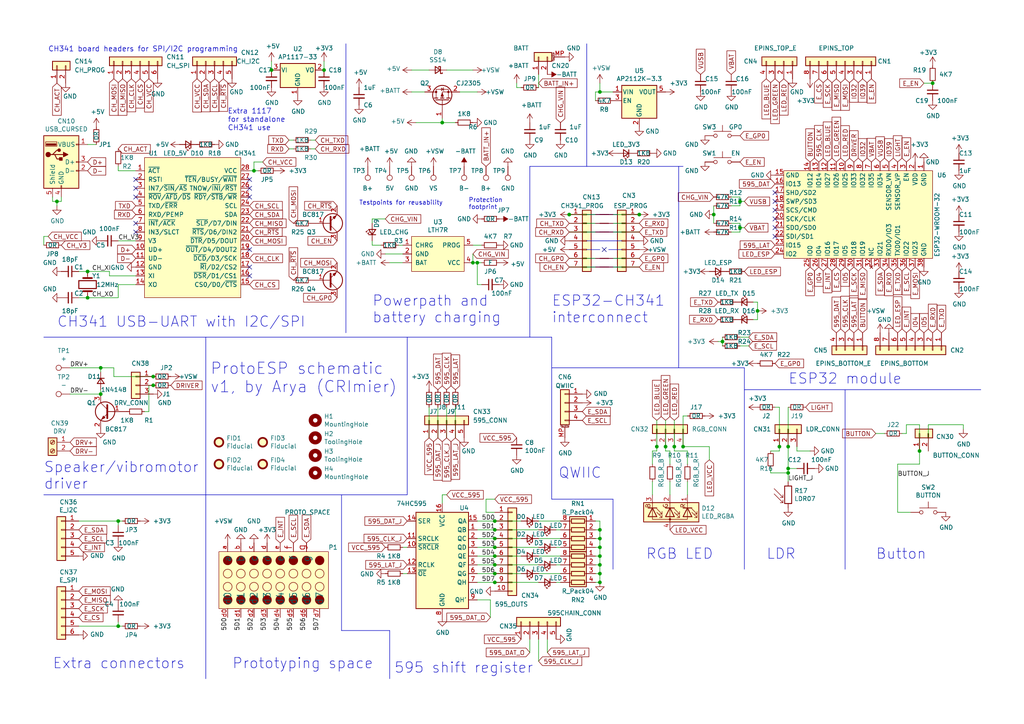
<source format=kicad_sch>
(kicad_sch (version 20230121) (generator eeschema)
  (paper "A4")
  (junction (at 73.66 49.53))
  (junction (at 193.04 129.54))
  (junction (at 128.27 35.56))
  (junction (at 190.5 129.54))
  (junction (at 44.45 109.22))
  (junction (at 173.99 153.67))
  (junction (at 25.4 86.36))
  (junction (at 219.71 90.17))
  (junction (at 266.7 130.81))
  (junction (at 143.51 156.21))
  (junction (at 173.99 161.29))
  (junction (at 34.29 181.61))
  (junction (at 29.21 114.3))
  (junction (at 173.99 163.83))
  (junction (at 143.51 161.29))
  (junction (at 16.51 58.42))
  (junction (at 214.63 58.42))
  (junction (at 143.51 166.37))
  (junction (at 214.63 66.04))
  (junction (at 137.16 76.2))
  (junction (at 228.6 137.16))
  (junction (at 173.99 158.75))
  (junction (at 209.55 99.06))
  (junction (at 143.51 158.75))
  (junction (at 228.6 135.89))
  (junction (at 29.21 106.68))
  (junction (at 226.06 129.54))
  (junction (at 173.99 168.91))
  (junction (at 195.58 129.54))
  (junction (at 207.01 62.23))
  (junction (at 228.6 129.54))
  (junction (at 198.12 129.54))
  (junction (at 165.1 62.23))
  (junction (at 143.51 151.13))
  (junction (at 173.99 26.67))
  (junction (at 34.29 151.13))
  (junction (at 138.43 76.2))
  (junction (at 185.42 62.23))
  (junction (at 143.51 168.91))
  (junction (at 143.51 163.83))
  (junction (at 173.99 156.21))
  (junction (at 93.98 20.32))
  (junction (at 143.51 153.67))
  (junction (at 270.51 24.13))
  (junction (at 44.45 111.76))
  (junction (at 78.74 20.32))
  (junction (at 173.99 166.37))
  (junction (at 25.4 78.74))
  (no_connect (at 224.79 68.58))
  (no_connect (at 39.37 67.31))
  (no_connect (at 39.37 64.77))
  (no_connect (at 224.79 58.42))
  (no_connect (at 39.37 52.07))
  (no_connect (at 224.79 60.96))
  (no_connect (at 224.79 63.5))
  (no_connect (at 72.39 77.47))
  (no_connect (at 39.37 57.15))
  (no_connect (at 72.39 72.39))
  (no_connect (at 224.79 66.04))
  (no_connect (at 72.39 57.15))
  (no_connect (at 72.39 80.01))
  (no_connect (at 175.26 72.39))
  (no_connect (at 39.37 54.61))
  (no_connect (at 72.39 52.07))
  (no_connect (at 224.79 55.88))
  (no_connect (at 72.39 54.61))
  (wire (pts (xy 172.72 26.67) (xy 172.72 29.21)))
  (polyline (pts (xy 99.06 143.51) (xy 99.06 182.88)))
  (wire (pts (xy 185.42 62.23) (xy 177.8 62.23)))
  (wire (pts (xy 195.58 129.54) (xy 195.58 121.92)))
  (wire (pts (xy 212.09 59.69) (xy 214.63 59.69)))
  (wire (pts (xy 219.71 92.71) (xy 219.71 90.17)))
  (wire (pts (xy 189.23 143.51) (xy 189.23 139.7)))
  (wire (pts (xy 262.89 123.19) (xy 266.7 123.19)))
  (wire (pts (xy 34.29 151.13) (xy 35.56 151.13)))
  (wire (pts (xy 151.13 156.21) (xy 143.51 156.21)))
  (wire (pts (xy 261.62 125.73) (xy 262.89 125.73)))
  (wire (pts (xy 266.7 123.19) (xy 266.7 130.81)))
  (wire (pts (xy 162.56 158.75) (xy 161.29 158.75)))
  (polyline (pts (xy 180.34 69.85) (xy 170.18 69.85)))
  (wire (pts (xy 172.72 77.47) (xy 165.1 77.47)))
  (wire (pts (xy 44.45 109.22) (xy 33.02 109.22)))
  (wire (pts (xy 231.14 129.54) (xy 231.14 130.81)))
  (wire (pts (xy 16.51 58.42) (xy 17.78 58.42)))
  (wire (pts (xy 218.44 87.63) (xy 219.71 87.63)))
  (wire (pts (xy 132.08 127) (xy 132.08 118.11)))
  (wire (pts (xy 138.43 26.67) (xy 133.35 26.67)))
  (wire (pts (xy 73.66 46.99) (xy 73.66 49.53)))
  (wire (pts (xy 214.63 64.77) (xy 214.63 66.04)))
  (wire (pts (xy 269.24 130.81) (xy 269.24 123.19)))
  (wire (pts (xy 118.11 158.75) (xy 116.84 158.75)))
  (wire (pts (xy 172.72 62.23) (xy 165.1 62.23)))
  (wire (pts (xy 137.16 76.2) (xy 138.43 76.2)))
  (wire (pts (xy 172.72 168.91) (xy 173.99 168.91)))
  (wire (pts (xy 156.21 153.67) (xy 143.51 153.67)))
  (wire (pts (xy 137.16 73.66) (xy 137.16 76.2)))
  (wire (pts (xy 22.86 181.61) (xy 34.29 181.61)))
  (polyline (pts (xy 100.33 96.52) (xy 100.33 12.7)))
  (wire (pts (xy 226.06 118.11) (xy 226.06 129.54)))
  (wire (pts (xy 76.2 46.99) (xy 73.66 46.99)))
  (wire (pts (xy 173.99 168.91) (xy 173.99 166.37)))
  (wire (pts (xy 156.21 21.59) (xy 156.21 25.4)))
  (wire (pts (xy 279.4 123.19) (xy 279.4 124.46)))
  (polyline (pts (xy 118.11 143.51) (xy 118.11 97.79)))
  (wire (pts (xy 143.51 168.91) (xy 138.43 168.91)))
  (wire (pts (xy 218.44 92.71) (xy 219.71 92.71)))
  (wire (pts (xy 140.97 144.78) (xy 143.51 144.78)))
  (polyline (pts (xy 12.7 97.79) (xy 160.02 97.79)))
  (wire (pts (xy 127 127) (xy 127 118.11)))
  (wire (pts (xy 231.14 130.81) (xy 234.95 130.81)))
  (wire (pts (xy 173.99 153.67) (xy 173.99 151.13)))
  (wire (pts (xy 13.97 68.58) (xy 12.7 68.58)))
  (wire (pts (xy 34.29 49.53) (xy 34.29 48.26)))
  (wire (pts (xy 107.95 63.5) (xy 111.76 63.5)))
  (wire (pts (xy 115.57 71.12) (xy 116.84 71.12)))
  (polyline (pts (xy 180.34 64.77) (xy 170.18 64.77)))
  (wire (pts (xy 162.56 153.67) (xy 161.29 153.67)))
  (wire (pts (xy 143.51 161.29) (xy 151.13 161.29)))
  (wire (pts (xy 31.75 80.01) (xy 39.37 80.01)))
  (wire (pts (xy 165.1 64.77) (xy 172.72 64.77)))
  (wire (pts (xy 177.8 74.93) (xy 185.42 74.93)))
  (wire (pts (xy 93.98 20.32) (xy 93.98 17.78)))
  (wire (pts (xy 20.32 114.3) (xy 29.21 114.3)))
  (wire (pts (xy 151.13 151.13) (xy 143.51 151.13)))
  (polyline (pts (xy 99.06 182.88) (xy 113.03 182.88)))
  (wire (pts (xy 209.55 99.06) (xy 209.55 100.33)))
  (wire (pts (xy 162.56 161.29) (xy 156.21 161.29)))
  (wire (pts (xy 138.43 151.13) (xy 143.51 151.13)))
  (wire (pts (xy 113.03 76.2) (xy 116.84 76.2)))
  (wire (pts (xy 33.02 109.22) (xy 33.02 106.68)))
  (polyline (pts (xy 160.02 144.78) (xy 177.8 144.78)))
  (polyline (pts (xy 215.9 106.68) (xy 215.9 165.1)))
  (polyline (pts (xy 170.18 77.47) (xy 180.34 77.47)))
  (wire (pts (xy 260.35 134.62) (xy 260.35 148.59)))
  (wire (pts (xy 34.29 181.61) (xy 35.56 181.61)))
  (wire (pts (xy 44.45 111.76) (xy 43.18 111.76)))
  (wire (pts (xy 172.72 158.75) (xy 173.99 158.75)))
  (polyline (pts (xy 196.85 48.26) (xy 196.85 106.68)))
  (polyline (pts (xy 170.18 62.23) (xy 179.07 62.23)))
  (wire (pts (xy 128.27 35.56) (xy 120.65 35.56)))
  (wire (pts (xy 139.7 82.55) (xy 138.43 82.55)))
  (wire (pts (xy 162.56 163.83) (xy 161.29 163.83)))
  (wire (pts (xy 224.79 118.11) (xy 226.06 118.11)))
  (polyline (pts (xy 173.99 72.39) (xy 170.18 72.39)))
  (wire (pts (xy 39.37 49.53) (xy 34.29 49.53)))
  (polyline (pts (xy 12.7 143.51) (xy 118.11 143.51)))
  (wire (pts (xy 132.08 35.56) (xy 128.27 35.56)))
  (wire (pts (xy 189.23 130.81) (xy 190.5 130.81)))
  (wire (pts (xy 34.29 181.61) (xy 34.29 180.34)))
  (wire (pts (xy 34.29 152.4) (xy 34.29 151.13)))
  (wire (pts (xy 151.13 25.4) (xy 149.86 25.4)))
  (wire (pts (xy 173.99 156.21) (xy 173.99 153.67)))
  (polyline (pts (xy 59.69 97.79) (xy 59.69 196.85)))
  (polyline (pts (xy 176.53 72.39) (xy 180.34 72.39)))
  (wire (pts (xy 25.4 78.74) (xy 22.86 78.74)))
  (polyline (pts (xy 170.18 12.7) (xy 170.18 48.26)))
  (wire (pts (xy 214.63 66.04) (xy 215.9 66.04)))
  (wire (pts (xy 228.6 137.16) (xy 228.6 139.7)))
  (wire (pts (xy 190.5 129.54) (xy 190.5 121.92)))
  (wire (pts (xy 223.52 135.89) (xy 223.52 137.16)))
  (wire (pts (xy 173.99 158.75) (xy 173.99 156.21)))
  (wire (pts (xy 25.4 41.91) (xy 27.94 41.91)))
  (wire (pts (xy 173.99 166.37) (xy 173.99 163.83)))
  (wire (pts (xy 270.51 24.13) (xy 267.97 24.13)))
  (wire (pts (xy 143.51 148.59) (xy 140.97 148.59)))
  (wire (pts (xy 162.56 168.91) (xy 161.29 168.91)))
  (wire (pts (xy 29.21 114.3) (xy 29.21 113.03)))
  (wire (pts (xy 142.24 173.99) (xy 142.24 179.07)))
  (wire (pts (xy 162.56 166.37) (xy 156.21 166.37)))
  (wire (pts (xy 173.99 158.75) (xy 173.99 161.29)))
  (wire (pts (xy 139.7 71.12) (xy 137.16 71.12)))
  (wire (pts (xy 138.43 166.37) (xy 143.51 166.37)))
  (wire (pts (xy 185.42 67.31) (xy 177.8 67.31)))
  (wire (pts (xy 29.21 106.68) (xy 33.02 106.68)))
  (wire (pts (xy 266.7 130.81) (xy 266.7 134.62)))
  (wire (pts (xy 110.49 71.12) (xy 107.95 71.12)))
  (wire (pts (xy 29.21 107.95) (xy 29.21 106.68)))
  (polyline (pts (xy 160.02 106.68) (xy 215.9 106.68)))
  (wire (pts (xy 138.43 158.75) (xy 143.51 158.75)))
  (wire (pts (xy 177.8 26.67) (xy 173.99 26.67)))
  (wire (pts (xy 214.63 67.31) (xy 214.63 66.04)))
  (wire (pts (xy 228.6 135.89) (xy 228.6 137.16)))
  (wire (pts (xy 205.74 129.54) (xy 205.74 133.35)))
  (wire (pts (xy 209.55 97.79) (xy 209.55 99.06)))
  (wire (pts (xy 194.31 134.62) (xy 194.31 130.81)))
  (wire (pts (xy 156.21 158.75) (xy 143.51 158.75)))
  (wire (pts (xy 172.72 163.83) (xy 173.99 163.83)))
  (wire (pts (xy 207.01 62.23) (xy 207.01 59.69)))
  (wire (pts (xy 138.43 76.2) (xy 138.43 82.55)))
  (wire (pts (xy 156.21 151.13) (xy 162.56 151.13)))
  (wire (pts (xy 185.42 77.47) (xy 177.8 77.47)))
  (wire (pts (xy 138.43 173.99) (xy 142.24 173.99)))
  (wire (pts (xy 226.06 130.81) (xy 223.52 130.81)))
  (polyline (pts (xy 245.11 113.03) (xy 245.11 165.1)))
  (polyline (pts (xy 153.67 48.26) (xy 153.67 97.79)))
  (wire (pts (xy 15.24 58.42) (xy 15.24 57.15)))
  (wire (pts (xy 173.99 156.21) (xy 172.72 156.21)))
  (wire (pts (xy 228.6 129.54) (xy 228.6 135.89)))
  (wire (pts (xy 138.43 76.2) (xy 139.7 76.2)))
  (wire (pts (xy 173.99 26.67) (xy 172.72 26.67)))
  (wire (pts (xy 177.8 64.77) (xy 185.42 64.77)))
  (wire (pts (xy 194.31 130.81) (xy 193.04 130.81)))
  (wire (pts (xy 153.67 189.23) (xy 153.67 185.42)))
  (wire (pts (xy 162.56 156.21) (xy 156.21 156.21)))
  (wire (pts (xy 208.28 99.06) (xy 209.55 99.06)))
  (wire (pts (xy 173.99 26.67) (xy 173.99 24.13)))
  (wire (pts (xy 78.74 17.78) (xy 78.74 20.32)))
  (wire (pts (xy 31.75 80.01) (xy 31.75 78.74)))
  (wire (pts (xy 199.39 134.62) (xy 199.39 130.81)))
  (wire (pts (xy 143.51 153.67) (xy 138.43 153.67)))
  (wire (pts (xy 172.72 67.31) (xy 165.1 67.31)))
  (wire (pts (xy 22.86 86.36) (xy 25.4 86.36)))
  (wire (pts (xy 266.7 134.62) (xy 260.35 134.62)))
  (wire (pts (xy 43.18 119.38) (xy 41.91 119.38)))
  (wire (pts (xy 22.86 151.13) (xy 34.29 151.13)))
  (polyline (pts (xy 177.8 144.78) (xy 177.8 165.1)))
  (polyline (pts (xy 153.67 48.26) (xy 198.12 48.26)))
  (wire (pts (xy 12.7 68.58) (xy 12.7 71.12)))
  (wire (pts (xy 85.09 40.64) (xy 83.82 40.64)))
  (wire (pts (xy 231.14 135.89) (xy 228.6 135.89)))
  (wire (pts (xy 16.51 58.42) (xy 16.51 59.69)))
  (wire (pts (xy 149.86 25.4) (xy 149.86 24.13)))
  (wire (pts (xy 212.09 57.15) (xy 214.63 57.15)))
  (wire (pts (xy 214.63 57.15) (xy 214.63 58.42)))
  (wire (pts (xy 143.51 156.21) (xy 138.43 156.21)))
  (wire (pts (xy 31.75 78.74) (xy 25.4 78.74)))
  (wire (pts (xy 219.71 87.63) (xy 219.71 90.17)))
  (wire (pts (xy 269.24 123.19) (xy 279.4 123.19)))
  (polyline (pts (xy 180.34 74.93) (xy 170.18 74.93)))
  (wire (pts (xy 214.63 59.69) (xy 214.63 58.42)))
  (wire (pts (xy 194.31 143.51) (xy 194.31 139.7)))
  (wire (pts (xy 199.39 130.81) (xy 195.58 130.81)))
  (wire (pts (xy 137.16 20.32) (xy 129.54 20.32)))
  (polyline (pts (xy 113.03 182.88) (xy 113.03 196.85)))
  (wire (pts (xy 198.12 120.65) (xy 199.39 120.65)))
  (wire (pts (xy 212.09 67.31) (xy 214.63 67.31)))
  (wire (pts (xy 124.46 20.32) (xy 119.38 20.32)))
  (wire (pts (xy 73.66 49.53) (xy 72.39 49.53)))
  (wire (pts (xy 193.04 121.92) (xy 193.04 129.54)))
  (wire (pts (xy 128.27 143.51) (xy 129.54 143.51)))
  (wire (pts (xy 107.95 64.77) (xy 107.95 63.5)))
  (wire (pts (xy 207.01 64.77) (xy 207.01 62.23)))
  (wire (pts (xy 173.99 163.83) (xy 173.99 161.29)))
  (wire (pts (xy 173.99 166.37) (xy 172.72 166.37)))
  (wire (pts (xy 189.23 130.81) (xy 189.23 134.62)))
  (wire (pts (xy 15.24 58.42) (xy 16.51 58.42)))
  (wire (pts (xy 118.11 166.37) (xy 116.84 166.37)))
  (wire (pts (xy 173.99 151.13) (xy 172.72 151.13)))
  (wire (pts (xy 116.84 73.66) (xy 111.76 73.66)))
  (wire (pts (xy 90.17 40.64) (xy 91.44 40.64)))
  (wire (pts (xy 151.13 166.37) (xy 143.51 166.37)))
  (wire (pts (xy 198.12 129.54) (xy 198.12 120.65)))
  (wire (pts (xy 262.89 125.73) (xy 262.89 123.19)))
  (wire (pts (xy 214.63 100.33) (xy 217.17 100.33)))
  (wire (pts (xy 190.5 130.81) (xy 190.5 129.54)))
  (wire (pts (xy 195.58 130.81) (xy 195.58 129.54)))
  (polyline (pts (xy 160.02 97.79) (xy 160.02 144.78)))
  (wire (pts (xy 128.27 35.56) (xy 128.27 34.29)))
  (wire (pts (xy 214.63 97.79) (xy 217.17 97.79)))
  (wire (pts (xy 165.1 74.93) (xy 172.72 74.93)))
  (wire (pts (xy 223.52 137.16) (xy 228.6 137.16)))
  (wire (pts (xy 156.21 185.42) (xy 156.21 191.77)))
  (wire (pts (xy 193.04 130.81) (xy 193.04 129.54)))
  (wire (pts (xy 214.63 58.42) (xy 215.9 58.42)))
  (wire (pts (xy 198.12 129.54) (xy 205.74 129.54)))
  (wire (pts (xy 228.6 118.11) (xy 228.6 129.54)))
  (wire (pts (xy 119.38 26.67) (xy 123.19 26.67)))
  (wire (pts (xy 107.95 71.12) (xy 107.95 69.85)))
  (wire (pts (xy 143.51 163.83) (xy 156.21 163.83)))
  (wire (pts (xy 143.51 168.91) (xy 156.21 168.91)))
  (wire (pts (xy 158.75 189.23) (xy 158.75 185.42)))
  (wire (pts (xy 85.09 43.18) (xy 83.82 43.18)))
  (wire (pts (xy 140.97 148.59) (xy 140.97 144.78)))
  (wire (pts (xy 91.44 43.18) (xy 90.17 43.18)))
  (wire (pts (xy 124.46 127) (xy 124.46 118.11)))
  (wire (pts (xy 143.51 163.83) (xy 138.43 163.83)))
  (wire (pts (xy 199.39 143.51) (xy 199.39 139.7)))
  (wire (pts (xy 34.29 69.85) (xy 39.37 69.85)))
  (wire (pts (xy 256.54 125.73) (xy 254 125.73)))
  (wire (pts (xy 74.93 49.53) (xy 73.66 49.53)))
  (wire (pts (xy 17.78 58.42) (xy 17.78 57.15)))
  (wire (pts (xy 172.72 153.67) (xy 173.99 153.67)))
  (wire (pts (xy 226.06 129.54) (xy 226.06 130.81)))
  (wire (pts (xy 20.32 106.68) (xy 29.21 106.68)))
  (wire (pts (xy 129.54 127) (xy 129.54 118.11)))
  (wire (pts (xy 143.51 161.29) (xy 138.43 161.29)))
  (wire (pts (xy 172.72 161.29) (xy 173.99 161.29)))
  (wire (pts (xy 212.09 64.77) (xy 214.63 64.77)))
  (wire (pts (xy 128.27 146.05) (xy 128.27 143.51)))
  (polyline (pts (xy 215.9 113.03) (xy 284.48 113.03)))
  (wire (pts (xy 43.18 111.76) (xy 43.18 119.38)))
  (wire (pts (xy 25.4 86.36) (xy 34.29 86.36)))
  (wire (pts (xy 264.16 148.59) (xy 260.35 148.59)))
  (wire (pts (xy 34.29 82.55) (xy 34.29 86.36)))
  (wire (pts (xy 39.37 82.55) (xy 34.29 82.55)))
  (polyline (pts (xy 170.18 67.31) (xy 180.34 67.31)))
  (text "Extra connectors" (at 15.24 194.31 0) (effects (font (size 2.9972 2.9972)) (justify left bottom)))
  (text "Protection\nfootprint" (at 135.89 60.96 0) (effects (font (size 1.27 1.27)) (justify left bottom)))
  (text "Prototyping space" (at 67.31 194.31 0) (effects (font (size 2.9972 2.9972)) (justify left bottom)))
  (text "ESP32-CH341\ninterconnect" (at 160.02 93.98 0) (effects (font (size 2.9972 2.9972)) (justify left bottom)))
  (text "ProtoESP schematic\nv1, by Arya (CRImier)\n" (at 60.96 114.3 0) (effects (font (size 3.3 3.3)) (justify left bottom)))
  (text "Testpoints for reusability" (at 104.14 59.69 0) (effects (font (size 1.27 1.27)) (justify left bottom)))
  (text "CH341 USB-UART with I2C/SPI" (at 16.51 95.25 0) (effects (font (size 2.9972 2.9972)) (justify left bottom)))
  (text "Powerpath and\nbattery charging" (at 107.95 93.98 0) (effects (font (size 2.9972 2.9972)) (justify left bottom)))
  (text "ESP32 module" (at 228.6 111.76 0) (effects (font (size 2.9972 2.9972)) (justify left bottom)))
  (text "595 shift register" (at 114.3 195.58 0) (effects (font (size 2.9972 2.9972)) (justify left bottom)))
  (text "Button" (at 254 162.56 0) (effects (font (size 2.9972 2.9972)) (justify left bottom)))
  (text "Extra 1117\nfor standalone\nCH341 use" (at 66.04 38.1 0) (effects (font (size 1.4986 1.4986)) (justify left bottom)))
  (text "CH341 board headers for SPI/I2C programming" (at 13.97 15.24 0) (effects (font (size 1.4986 1.4986)) (justify left bottom)))
  (text "RGB LED" (at 187.325 162.56 0) (effects (font (size 2.9972 2.9972)) (justify left bottom)))
  (text "LDR" (at 222.25 162.56 0) (effects (font (size 2.9972 2.9972)) (justify left bottom)))
  (text "QWIIC" (at 161.925 139.065 0) (effects (font (size 2.9972 2.9972)) (justify left bottom)))
  (text "Speaker/vibromotor\ndriver" (at 12.7 142.24 0) (effects (font (size 2.9972 2.9972)) (justify left bottom)))
  (label "CH_XO" (at 26.67 86.36 0))
  (label "5D3" (at 139.7 158.75 0))
  (label "5D1" (at 139.7 153.67 0))
  (label "5D7" (at 92.71 179.07 270))
  (label "5D5" (at 139.7 163.83 0))
  (label "5D7" (at 139.7 168.91 0))
  (label "CH_XI" (at 26.67 78.74 0))
  (label "5D3" (at 77.47 179.07 270))
  (label "DRV+" (at 20.32 106.68 0))
  (label "5D1" (at 69.85 179.07 270))
  (label "5D0" (at 66.04 179.07 270))
  (label "5D4" (at 139.7 161.29 0))
  (label "CH_V3" (at 34.29 69.85 0))
  (label "5D0" (at 139.7 151.13 0))
  (label "5D5" (at 85.09 179.07 270))
  (label "5D2" (at 73.66 179.07 270))
  (label "5D6" (at 139.7 166.37 0))
  (label "LIGHT_J" (at 228.6 139.7 0))
  (label "5D4" (at 81.28 179.07 270))
  (label "5D2" (at 139.7 156.21 0))
  (label "BUTTON_J" (at 260.35 138.43 0))
  (label "5D6" (at 88.9 179.07 270))
  (label "DRV-" (at 20.32 114.3 0))
  (global_label "VCC_595" (shape input) (at 124.46 127 270) (property "Intersheetrefs" "${INTERSHEET_REFS}" (effects hide)))
  (global_label "CH_MOSI" (shape input) (at 33.02 22.86 270) (property "Intersheetrefs" "${INTERSHEET_REFS}" (effects hide)))
  (global_label "LED_VCC" (shape input) (at 205.74 133.35 270) (property "Intersheetrefs" "${INTERSHEET_REFS}" (effects hide)))
  (global_label "595_LAT" (shape input) (at 247.65 96.52 90) (property "Intersheetrefs" "${INTERSHEET_REFS}" (effects hide)))
  (global_label "E_MISO" (shape input) (at 242.57 22.86 270) (property "Intersheetrefs" "${INTERSHEET_REFS}" (effects hide)))
  (global_label "595_DAT_O" (shape input) (at 142.24 179.07 180) (property "Intersheetrefs" "${INTERSHEET_REFS}" (effects hide)))
  (global_label "595_DAT" (shape input) (at 242.57 96.52 90) (property "Intersheetrefs" "${INTERSHEET_REFS}" (effects hide)))
  (global_label "595_CLK_J" (shape input) (at 156.21 191.77 0) (property "Intersheetrefs" "${INTERSHEET_REFS}" (effects hide)))
  (global_label "E_SDA" (shape input) (at 88.9 157.48 90) (property "Intersheetrefs" "${INTERSHEET_REFS}" (effects hide)))
  (global_label "595_LAT_J" (shape input) (at 158.75 189.23 0) (property "Intersheetrefs" "${INTERSHEET_REFS}" (effects hide)))
  (global_label "BUTTON" (shape input) (at 250.19 96.52 90) (property "Intersheetrefs" "${INTERSHEET_REFS}" (effects hide)))
  (global_label "595_LAT_J" (shape input) (at 132.08 127 270) (property "Intersheetrefs" "${INTERSHEET_REFS}" (effects hide)))
  (global_label "RXD" (shape input) (at 83.82 43.18 180) (property "Intersheetrefs" "${INTERSHEET_REFS}" (effects hide)))
  (global_label "E_MISO" (shape input) (at 250.19 77.47 270) (property "Intersheetrefs" "${INTERSHEET_REFS}" (effects hide)))
  (global_label "CH_VCC" (shape input) (at 43.18 22.86 270) (property "Intersheetrefs" "${INTERSHEET_REFS}" (effects hide)))
  (global_label "VBAT" (shape input) (at 215.9 66.04 0) (property "Intersheetrefs" "${INTERSHEET_REFS}" (effects hide)))
  (global_label "E_INT" (shape input) (at 262.89 96.52 90) (property "Intersheetrefs" "${INTERSHEET_REFS}" (effects hide)))
  (global_label "IO39" (shape input) (at 250.19 22.86 270) (property "Intersheetrefs" "${INTERSHEET_REFS}" (effects hide)))
  (global_label "CH_CS" (shape input) (at 40.64 22.86 270) (property "Intersheetrefs" "${INTERSHEET_REFS}" (effects hide)))
  (global_label "CH_SDA" (shape input) (at 59.69 22.86 270) (property "Intersheetrefs" "${INTERSHEET_REFS}" (effects hide)))
  (global_label "595_LAT" (shape input) (at 224.79 71.12 180) (property "Intersheetrefs" "${INTERSHEET_REFS}" (effects hide)))
  (global_label "CHG_VIN" (shape input) (at 207.01 57.15 180) (property "Intersheetrefs" "${INTERSHEET_REFS}" (effects hide)))
  (global_label "CHG_VIN" (shape input) (at 111.76 63.5 0) (property "Intersheetrefs" "${INTERSHEET_REFS}" (effects hide)))
  (global_label "CH_V3" (shape input) (at 17.78 71.12 0) (property "Intersheetrefs" "${INTERSHEET_REFS}" (effects hide)))
  (global_label "E_GP0" (shape input) (at 214.63 39.37 0) (property "Intersheetrefs" "${INTERSHEET_REFS}" (effects hide)))
  (global_label "E_SCK" (shape input) (at 240.03 22.86 270) (property "Intersheetrefs" "${INTERSHEET_REFS}" (effects hide)))
  (global_label "E_SDA" (shape input) (at 255.27 77.47 270) (property "Intersheetrefs" "${INTERSHEET_REFS}" (effects hide)))
  (global_label "LIGHT" (shape input) (at 233.68 118.11 0) (property "Intersheetrefs" "${INTERSHEET_REFS}" (effects hide)))
  (global_label "LED_RED" (shape input) (at 227.33 22.86 270) (property "Intersheetrefs" "${INTERSHEET_REFS}" (effects hide)))
  (global_label "595_CLK_J" (shape input) (at 118.11 156.21 180) (property "Intersheetrefs" "${INTERSHEET_REFS}" (effects hide)))
  (global_label "595_DAT_O" (shape input) (at 153.67 189.23 180) (property "Intersheetrefs" "${INTERSHEET_REFS}" (effects hide)))
  (global_label "TXD" (shape input) (at 83.82 40.64 180) (property "Intersheetrefs" "${INTERSHEET_REFS}" (effects hide)))
  (global_label "595_CLK" (shape input) (at 129.54 113.03 90) (property "Intersheetrefs" "${INTERSHEET_REFS}" (effects hide)))
  (global_label "LED_BLUE" (shape input) (at 222.25 22.86 270) (property "Intersheetrefs" "${INTERSHEET_REFS}" (effects hide)))
  (global_label "E_SCL" (shape input) (at 22.86 156.21 0) (property "Intersheetrefs" "${INTERSHEET_REFS}" (effects hide)))
  (global_label "CH_MISO" (shape input) (at 72.39 64.77 0) (property "Intersheetrefs" "${INTERSHEET_REFS}" (effects hide)))
  (global_label "E_SCK" (shape input) (at 22.86 176.53 0) (property "Intersheetrefs" "${INTERSHEET_REFS}" (effects hide)))
  (global_label "E_RXD" (shape input) (at 208.28 92.71 180) (property "Intersheetrefs" "${INTERSHEET_REFS}" (effects hide)))
  (global_label "LED_ESP" (shape input) (at 260.35 96.52 90) (property "Intersheetrefs" "${INTERSHEET_REFS}" (effects hide)))
  (global_label "D-" (shape input) (at 25.4 49.53 0) (property "Intersheetrefs" "${INTERSHEET_REFS}" (effects hide)))
  (global_label "LED_BLUE" (shape input) (at 190.5 121.92 90) (property "Intersheetrefs" "${INTERSHEET_REFS}" (effects hide)))
  (global_label "E_SDA" (shape input) (at 22.86 153.67 0) (property "Intersheetrefs" "${INTERSHEET_REFS}" (effects hide)))
  (global_label "E_EN" (shape input) (at 214.63 46.99 0) (property "Intersheetrefs" "${INTERSHEET_REFS}" (effects hide)))
  (global_label "DRV-" (shape input) (at 20.32 130.81 0) (property "Intersheetrefs" "${INTERSHEET_REFS}" (effects hide)))
  (global_label "E_EN" (shape input) (at 267.97 24.13 180) (property "Intersheetrefs" "${INTERSHEET_REFS}" (effects hide)))
  (global_label "CH_RXD" (shape input) (at 165.1 67.31 180) (property "Intersheetrefs" "${INTERSHEET_REFS}" (effects hide)))
  (global_label "VBAT" (shape input) (at 252.73 46.99 90) (property "Intersheetrefs" "${INTERSHEET_REFS}" (effects hide)))
  (global_label "595_DAT_J" (shape input) (at 118.11 151.13 180) (property "Intersheetrefs" "${INTERSHEET_REFS}" (effects hide)))
  (global_label "E_SCK" (shape input) (at 247.65 77.47 270) (property "Intersheetrefs" "${INTERSHEET_REFS}" (effects hide)))
  (global_label "LED_BLUE" (shape input) (at 240.03 46.99 90) (property "Intersheetrefs" "${INTERSHEET_REFS}" (effects hide)))
  (global_label "E_MOSI" (shape input) (at 265.43 77.47 270) (property "Intersheetrefs" "${INTERSHEET_REFS}" (effects hide)))
  (global_label "CH_~{RTS}" (shape input) (at 85.09 81.28 90) (property "Intersheetrefs" "${INTERSHEET_REFS}" (effects hide)))
  (global_label "E_SDA" (shape input) (at 217.17 97.79 0) (property "Intersheetrefs" "${INTERSHEET_REFS}" (effects hide)))
  (global_label "VCC_595" (shape input) (at 143.51 144.78 0) (property "Intersheetrefs" "${INTERSHEET_REFS}" (effects hide)))
  (global_label "CH_CS" (shape input) (at 72.39 82.55 0) (property "Intersheetrefs" "${INTERSHEET_REFS}" (effects hide)))
  (global_label "E_TXD" (shape input) (at 208.28 87.63 180) (property "Intersheetrefs" "${INTERSHEET_REFS}" (effects hide)))
  (global_label "E_SCL" (shape input) (at 217.17 100.33 0) (property "Intersheetrefs" "${INTERSHEET_REFS}" (effects hide)))
  (global_label "IO32" (shape input) (at 250.19 46.99 90) (property "Intersheetrefs" "${INTERSHEET_REFS}" (effects hide)))
  (global_label "595_DAT" (shape input) (at 224.79 53.34 180) (property "Intersheetrefs" "${INTERSHEET_REFS}" (effects hide)))
  (global_label "CH_SDA" (shape input) (at 72.39 62.23 0) (property "Intersheetrefs" "${INTERSHEET_REFS}" (effects hide)))
  (global_label "BATT_IN+" (shape input) (at 156.21 24.13 0) (property "Intersheetrefs" "${INTERSHEET_REFS}" (effects hide)))
  (global_label "IO32" (shape input) (at 247.65 22.86 270) (property "Intersheetrefs" "${INTERSHEET_REFS}" (effects hide)))
  (global_label "E_RXD" (shape input) (at 257.81 77.47 270) (property "Intersheetrefs" "${INTERSHEET_REFS}" (effects hide)))
  (global_label "595_CLK" (shape input) (at 245.11 96.52 90) (property "Intersheetrefs" "${INTERSHEET_REFS}" (effects hide)))
  (global_label "LED_RED" (shape input) (at 245.11 46.99 90) (property "Intersheetrefs" "${INTERSHEET_REFS}" (effects hide)))
  (global_label "E_MISO" (shape input) (at 22.86 173.99 0) (property "Intersheetrefs" "${INTERSHEET_REFS}" (effects hide)))
  (global_label "BUTTON" (shape input) (at 234.95 46.99 90) (property "Intersheetrefs" "${INTERSHEET_REFS}" (effects hide)))
  (global_label "E_INT" (shape input) (at 22.86 158.75 0) (property "Intersheetrefs" "${INTERSHEET_REFS}" (effects hide)))
  (global_label "TXD" (shape input) (at 39.37 59.69 180) (property "Intersheetrefs" "${INTERSHEET_REFS}" (effects hide)))
  (global_label "LED_VCC" (shape input) (at 194.31 153.67 0) (property "Intersheetrefs" "${INTERSHEET_REFS}" (effects hide)))
  (global_label "E_CS" (shape input) (at 242.57 77.47 270) (property "Intersheetrefs" "${INTERSHEET_REFS}" (effects hide)))
  (global_label "LED_ESP" (shape input) (at 215.9 78.74 0) (property "Intersheetrefs" "${INTERSHEET_REFS}" (effects hide)))
  (global_label "LED_RED" (shape input) (at 195.58 121.92 90) (property "Intersheetrefs" "${INTERSHEET_REFS}" (effects hide)))
  (global_label "LED_GREEN" (shape input) (at 224.79 22.86 270) (property "Intersheetrefs" "${INTERSHEET_REFS}" (effects hide)))
  (global_label "E_MOSI" (shape input) (at 245.11 22.86 270) (property "Intersheetrefs" "${INTERSHEET_REFS}" (effects hide)))
  (global_label "LED_GREEN" (shape input) (at 242.57 46.99 90) (property "Intersheetrefs" "${INTERSHEET_REFS}" (effects hide)))
  (global_label "IO5" (shape input) (at 245.11 77.47 270) (property "Intersheetrefs" "${INTERSHEET_REFS}" (effects hide)))
  (global_label "VUSB" (shape input) (at 215.9 58.42 0) (property "Intersheetrefs" "${INTERSHEET_REFS}" (effects hide)))
  (global_label "D+" (shape input) (at 25.4 46.99 0) (property "Intersheetrefs" "${INTERSHEET_REFS}" (effects hide)))
  (global_label "E_CS" (shape input) (at 22.86 179.07 0) (property "Intersheetrefs" "${INTERSHEET_REFS}" (effects hide)))
  (global_label "E_INT" (shape input) (at 81.28 157.48 90) (property "Intersheetrefs" "${INTERSHEET_REFS}" (effects hide)))
  (global_label "CH_TXD" (shape input) (at 165.1 64.77 180) (property "Intersheetrefs" "${INTERSHEET_REFS}" (effects hide)))
  (global_label "E_TXD" (shape input) (at 273.05 96.52 90) (property "Intersheetrefs" "${INTERSHEET_REFS}" (effects hide)))
  (global_label "E_RXD" (shape input) (at 185.42 64.77 0) (property "Intersheetrefs" "${INTERSHEET_REFS}" (effects hide)))
  (global_label "VCC_595" (shape input) (at 149.86 127 180) (property "Intersheetrefs" "${INTERSHEET_REFS}" (effects hide)))
  (global_label "IO4" (shape input) (at 237.49 77.47 270) (property "Intersheetrefs" "${INTERSHEET_REFS}" (effects hide)))
  (global_label "595_CLK" (shape input) (at 237.49 46.99 90) (property "Intersheetrefs" "${INTERSHEET_REFS}" (effects hide)))
  (global_label "CH_EN" (shape input) (at 97.79 69.85 180) (property "Intersheetrefs" "${INTERSHEET_REFS}" (effects hide)))
  (global_label "E_RXD" (shape input) (at 270.51 96.52 90) (property "Intersheetrefs" "${INTERSHEET_REFS}" (effects hide)))
  (global_label "E_GP0" (shape input) (at 224.79 105.41 0) (property "Intersheetrefs" "${INTERSHEET_REFS}" (effects hide)))
  (global_label "DRV+" (shape input) (at 20.32 128.27 0) (property "Intersheetrefs" "${INTERSHEET_REFS}" (effects hide)))
  (global_label "VBAT" (shape input) (at 212.09 21.59 90) (property "Intersheetrefs" "${INTERSHEET_REFS}" (effects hide)))
  (global_label "E_SCL" (shape input) (at 262.89 77.47 270) (property "Intersheetrefs" "${INTERSHEET_REFS}" (effects hide)))
  (global_label "LED_GREEN" (shape input) (at 193.04 121.92 90) (property "Intersheetrefs" "${INTERSHEET_REFS}" (effects hide)))
  (global_label "E_TXD" (shape input) (at 260.35 77.47 270) (property "Intersheetrefs" "${INTERSHEET_REFS}" (effects hide)))
  (global_label "IO5" (shape input) (at 267.97 96.52 90) (property "Intersheetrefs" "${INTERSHEET_REFS}" (effects hide)))
  (global_label "CH_SCL" (shape input) (at 72.39 59.69 0) (property "Intersheetrefs" "${INTERSHEET_REFS}" (effects hide)))
  (global_label "E_INT" (shape input) (at 240.03 77.47 270) (property "Intersheetrefs" "${INTERSHEET_REFS}" (effects hide)))
  (global_label "VCC_595" (shape input) (at 111.76 158.75 180) (property "Intersheetrefs" "${INTERSHEET_REFS}" (effects hide)))
  (global_label "VUSB" (shape input) (at 203.2 21.59 90) (property "Intersheetrefs" "${INTERSHEET_REFS}" (effects hide)))
  (global_label "595_LAT_J" (shape input) (at 118.11 163.83 180) (property "Intersheetrefs" "${INTERSHEET_REFS}" (effects hide)))
  (global_label "VUSB" (shape input) (at 255.27 46.99 90) (property "Intersheetrefs" "${INTERSHEET_REFS}" (effects hide)))
  (global_label "VCC_595" (shape input) (at 129.54 143.51 0) (property "Intersheetrefs" "${INTERSHEET_REFS}" (effects hide)))
  (global_label "CH_VCC" (shape input) (at 57.15 22.86 270) (property "Intersheetrefs" "${INTERSHEET_REFS}" (effects hide)))
  (global_label "E_CS" (shape input) (at 237.49 22.86 270) (property "Intersheetrefs" "${INTERSHEET_REFS}" (effects hide)))
  (global_label "CH_MISO" (shape input) (at 35.56 22.86 270) (property "Intersheetrefs" "${INTERSHEET_REFS}" (effects hide)))
  (global_label "CH_~{RTS}" (shape input) (at 97.79 59.69 180) (property "Intersheetrefs" "${INTERSHEET_REFS}" (effects hide)))
  (global_label "IO4" (shape input) (at 265.43 96.52 90) (property "Intersheetrefs" "${INTERSHEET_REFS}" (effects hide)))
  (global_label "BUTTON" (shape input) (at 254 125.73 180) (property "Intersheetrefs" "${INTERSHEET_REFS}" (effects hide)))
  (global_label "E_EN" (shape input) (at 252.73 22.86 270) (property "Intersheetrefs" "${INTERSHEET_REFS}" (effects hide)))
  (global_label "IO39" (shape input) (at 257.81 46.99 90) (property "Intersheetrefs" "${INTERSHEET_REFS}" (effects hide)))
  (global_label "CH_GP0" (shape input) (at 165.1 74.93 180) (property "Intersheetrefs" "${INTERSHEET_REFS}" (effects hide)))
  (global_label "CH_GP0" (shape input) (at 97.79 86.36 180) (property "Intersheetrefs" "${INTERSHEET_REFS}" (effects hide)))
  (global_label "D+" (shape input) (at 39.37 72.39 180) (property "Intersheetrefs" "${INTERSHEET_REFS}" (effects hide)))
  (global_label "E_SDA" (shape input) (at 168.91 119.38 0) (property "Intersheetrefs" "${INTERSHEET_REFS}" (effects hide)))
  (global_label "595_LAT" (shape input) (at 132.08 113.03 90) (property "Intersheetrefs" "${INTERSHEET_REFS}" (effects hide)))
  (global_label "CH_SCL" (shape input) (at 62.23 22.86 270) (property "Intersheetrefs" "${INTERSHEET_REFS}" (effects hide)))
  (global_label "CH_MOSI" (shape input) (at 72.39 69.85 0) (property "Intersheetrefs" "${INTERSHEET_REFS}" (effects hide)))
  (global_label "E_MOSI" (shape input) (at 22.86 171.45 0) (property "Intersheetrefs" "${INTERSHEET_REFS}" (effects hide)))
  (global_label "CH_MOSI" (shape input) (at 85.09 64.77 90) (property "Intersheetrefs" "${INTERSHEET_REFS}" (effects hide)))
  (global_label "CH_CLK" (shape input) (at 72.39 74.93 0) (property "Intersheetrefs" "${INTERSHEET_REFS}" (effects hide)))
  (global_label "CHG_VIN" (shape input) (at 137.16 73.66 0) (property "Intersheetrefs" "${INTERSHEET_REFS}" (effects hide)))
  (global_label "E_SCL" (shape input) (at 85.09 157.48 90) (property "Intersheetrefs" "${INTERSHEET_REFS}" (effects hide)))
  (global_label "CH_RXD" (shape input) (at 91.44 43.18 0) (property "Intersheetrefs" "${INTERSHEET_REFS}" (effects hide)))
  (global_label "CH_TXD" (shape input) (at 91.44 40.64 0) (property "Intersheetrefs" "${INTERSHEET_REFS}" (effects hide)))
  (global_label "E_GP0" (shape input) (at 185.42 74.93 0) (property "Intersheetrefs" "${INTERSHEET_REFS}" (effects hide)))
  (global_label "CHG_VIN" (shape input) (at 162.56 35.56 90) (property "Intersheetrefs" "${INTERSHEET_REFS}" (effects hide)))
  (global_label "LED_ESP" (shape input) (at 224.79 73.66 180) (property "Intersheetrefs" "${INTERSHEET_REFS}" (effects hide)))
  (global_label "E_EN" (shape input) (at 262.89 46.99 90) (property "Intersheetrefs" "${INTERSHEET_REFS}" (effects hide)))
  (global_label "VCC_595" (shape input) (at 151.13 185.42 180) (property "Intersheetrefs" "${INTERSHEET_REFS}" (effects hide)))
  (global_label "D-" (shape input) (at 39.37 74.93 180) (property "Intersheetrefs" "${INTERSHEET_REFS}" (effects hide)))
  (global_label "E_GP0" (shape input) (at 234.95 77.47 270) (property "Intersheetrefs" "${INTERSHEET_REFS}" (effects hide)))
  (global_label "595_DAT_J" (shape input) (at 127 127 270) (property "Intersheetrefs" "${INTERSHEET_REFS}" (effects hide)))
  (global_label "E_EN" (shape input) (at 185.42 77.47 0) (property "Intersheetrefs" "${INTERSHEET_REFS}" (effects hide)))
  (global_label "CH_ACT" (shape input) (at 34.29 43.18 0) (property "Intersheetrefs" "${INTERSHEET_REFS}" (effects hide)))
  (global_label "RXD" (shape input) (at 39.37 62.23 180) (property "Intersheetrefs" "${INTERSHEET_REFS}" (effects hide)))
  (global_label "CH_~{RTS}" (shape input) (at 64.77 22.86 270) (property "Intersheetrefs" "${INTERSHEET_REFS}" (effects hide)))
  (global_label "BATT_IN+" (shape input) (at 140.97 48.26 90) (property "Intersheetrefs" "${INTERSHEET_REFS}" (effects hide)))
  (global_label "595_CLK_J" (shape input) (at 129.54 127 270) (property "Intersheetrefs" "${INTERSHEET_REFS}" (effects hide)))
  (global_label "E_TXD" (shape input) (at 185.42 67.31 0) (property "Intersheetrefs" "${INTERSHEET_REFS}" (effects hide)))
  (global_label "CH_ACT" (shape input) (at 16.51 24.13 270) (property "Intersheetrefs" "${INTERSHEET_REFS}" (effects hide)))
  (global_label "CH_MOSI" (shape input) (at 97.79 76.2 180) (property "Intersheetrefs" "${INTERSHEET_REFS}" (effects hide)))
  (global_label "595_DAT" (shape input) (at 127 113.03 90) (property "Intersheetrefs" "${INTERSHEET_REFS}" (effects hide)))
  (global_label "LIGHT" (shape input) (at 260.35 46.99 90) (property "Intersheetrefs" "${INTERSHEET_REFS}" (effects hide)))
  (global_label "CH_VCC" (shape input) (at 76.2 46.99 0) (property "Intersheetrefs" "${INTERSHEET_REFS}" (effects hide)))
  (global_label "CH_CLK" (shape input) (at 38.1 22.86 270) (property "Intersheetrefs" "${INTERSHEET_REFS}" (effects hide)))
  (global_label "E_SCL" (shape input) (at 168.91 121.92 0) (property "Intersheetrefs" "${INTERSHEET_REFS}" (effects hide)))
  (global_label "CH_~{RTS}" (shape input) (at 72.39 67.31 0) (property "Intersheetrefs" "${INTERSHEET_REFS}" (effects hide)))
  (global_label "CH_EN" (shape input) (at 165.1 77.47 180) (property "Intersheetrefs" "${INTERSHEET_REFS}" (effects hide)))
  (global_label "CH_VCC" (shape input) (at 13.97 68.58 0) (property "Intersheetrefs" "${INTERSHEET_REFS}" (effects hide)))
  (global_label "DRIVER" (shape input) (at 247.65 46.99 90) (property "Intersheetrefs" "${INTERSHEET_REFS}" (effects hide)))
  (global_label "DRIVER" (shape input) (at 49.53 111.76 0) (property "Intersheetrefs" "${INTERSHEET_REFS}" (effects hide)))
  (symbol (lib_id "power:GND") (at 224.79 50.8 270) (unit 1)
    (property "Reference" "#PWR0101" (effects hide))
    (property "Value" "GND" (at 219.71 50.8 90))
  )
  (symbol (lib_id "protoesp-rescue:+3.3V-power") (at 265.43 46.99 0) (unit 1)
    (property "Reference" "#PWR0102" (effects hide))
    (property "Value" "+3.3V" (at 266.7 41.91 0))
  )
  (symbol (lib_id "Device:R_Small") (at 270.51 21.59 0) (unit 1)
    (property "Reference" "R19" (at 266.7 20.32 0))
    (property "Value" "4K7" (at 274.32 21.59 0))
    (property "Footprint" "Resistor_SMD:R_0603_1608Metric" (effects hide))
  )
  (symbol (lib_id "Device:R_Small") (at 231.14 118.11 270) (unit 1)
    (property "Reference" "J19" (at 231.14 120.65 90))
    (property "Value" "0R" (at 231.14 118.11 90))
    (property "Footprint" "Resistor_SMD:R_0603_1608Metric" (effects hide))
  )
  (symbol (lib_id "Device:C_Small") (at 278.13 64.77 0) (unit 1)
    (property "Reference" "C11" (at 278.13 62.23 0) (effects (justify left)))
    (property "Value" "100nF" (at 278.13 67.31 0) (effects (justify left)))
    (property "Footprint" "Capacitor_SMD:C_0805_2012Metric" (effects hide))
  )
  (symbol (lib_id "power:GND") (at 278.13 67.31 0) (unit 1)
    (property "Reference" "#PWR0103" (effects hide))
    (property "Value" "GND" (at 278.257 71.7042 0))
  )
  (symbol (lib_id "protoesp-rescue:+3.3V-power") (at 278.13 62.23 0) (unit 1)
    (property "Reference" "#PWR0104" (effects hide))
    (property "Value" "+3.3V" (at 278.511 57.8358 0))
  )
  (symbol (lib_id "Regulator_Linear:AP2112K-3.3") (at 185.42 29.21 0) (unit 1)
    (property "Reference" "U5" (at 185.42 20.5232 0))
    (property "Value" "AP2112K-3.3" (at 185.42 22.8346 0))
    (property "Footprint" "Package_TO_SOT_SMD:SOT-23-5" (effects hide))
    (property "Datasheet" "https://www.diodes.com/assets/Datasheets/AP2112.pdf" (effects hide))
  )
  (symbol (lib_id "power:+VSW") (at 173.99 24.13 0) (unit 1)
    (property "Reference" "#PWR0105" (effects hide))
    (property "Value" "+VSW" (at 174.371 19.7358 0))
  )
  (symbol (lib_id "Device:R_Small") (at 175.26 29.21 90) (unit 1)
    (property "Reference" "R8" (at 175.26 31.75 90))
    (property "Value" "4K7" (at 175.26 29.21 90))
    (property "Footprint" "Resistor_SMD:R_0603_1608Metric" (effects hide))
  )
  (symbol (lib_id "protoesp-rescue:+3.3V-power") (at 193.04 26.67 270) (unit 1)
    (property "Reference" "#PWR0106" (effects hide))
    (property "Value" "+3.3V" (at 196.85 24.13 90))
  )
  (symbol (lib_id "power:GND") (at 185.42 36.83 0) (unit 1)
    (property "Reference" "#PWR0107" (effects hide))
    (property "Value" "GND" (at 189.23 38.1 0))
  )
  (symbol (lib_id "protoesp-rescue:+3.3V-power") (at 270.51 19.05 0) (unit 1)
    (property "Reference" "#PWR0108" (effects hide))
    (property "Value" "+3.3V" (at 269.24 15.24 0))
  )
  (symbol (lib_id "Sensor_Optical:LDR07") (at 228.6 143.51 0) (unit 1)
    (property "Reference" "R17" (at 230.378 142.3416 0) (effects (justify left)))
    (property "Value" "LDR07" (at 230.378 144.653 0) (effects (justify left)))
    (property "Footprint" "OptoDevice:R_LDR_5.1x4.3mm_P3.4mm_Vertical" (effects hide))
    (property "Datasheet" "http://www.tme.eu/de/Document/f2e3ad76a925811312d226c31da4cd7e/LDR07.pdf" (effects hide))
  )
  (symbol (lib_id "Device:R_Small") (at 223.52 133.35 180) (unit 1)
    (property "Reference" "R16" (at 222.25 135.89 0))
    (property "Value" "4K7" (at 220.98 133.35 0))
    (property "Footprint" "Resistor_SMD:R_0603_1608Metric" (effects hide))
  )
  (symbol (lib_id "Device:LED_RGBA") (at 194.31 148.59 270) (unit 1)
    (property "Reference" "D12" (at 203.454 147.4216 90) (effects (justify left)))
    (property "Value" "LED_RGBA" (at 203.454 149.733 90) (effects (justify left)))
    (property "Footprint" "LED_SMD:LED_RGB_1210" (effects hide))
  )
  (symbol (lib_id "Device:R_Small") (at 189.23 137.16 180) (unit 1)
    (property "Reference" "R9" (at 190.5 132.08 0))
    (property "Value" "RGB_R_B" (at 191.77 137.16 90))
    (property "Footprint" "Resistor_SMD:R_0603_1608Metric" (effects hide))
  )
  (symbol (lib_id "Device:C_Small") (at 149.86 129.54 0) (unit 1)
    (property "Reference" "C8" (at 152.1968 128.3716 0) (effects (justify left)))
    (property "Value" "100nF" (at 152.1968 130.683 0) (effects (justify left)))
    (property "Footprint" "Capacitor_SMD:C_0805_2012Metric" (effects hide))
  )
  (symbol (lib_id "power:GND") (at 149.86 132.08 0) (unit 1)
    (property "Reference" "#PWR0121" (effects hide))
    (property "Value" "GND" (at 149.987 136.4742 0))
  )
  (symbol (lib_id "Device:R_Small") (at 194.31 137.16 180) (unit 1)
    (property "Reference" "R10" (at 195.58 132.08 0))
    (property "Value" "RGB_R_G" (at 196.85 137.16 90))
    (property "Footprint" "Resistor_SMD:R_0603_1608Metric" (effects hide))
  )
  (symbol (lib_id "Device:R_Small") (at 199.39 137.16 180) (unit 1)
    (property "Reference" "R11" (at 200.66 132.08 0))
    (property "Value" "RGB_R_R" (at 201.93 137.16 90))
    (property "Footprint" "Resistor_SMD:R_0603_1608Metric" (effects hide))
  )
  (symbol (lib_id "Connector_Generic:Conn_01x04") (at 193.04 124.46 90) (unit 1)
    (property "Reference" "CN32" (at 182.88 124.46 90) (effects (justify right)))
    (property "Value" "RGB_CONN" (at 200.66 124.46 90) (effects (justify right)))
    (property "Footprint" "Connector_PinHeader_2.54mm:PinHeader_1x04_P2.54mm_Vertical" (effects hide))
  )
  (symbol (lib_id "Device:R_Small") (at 127 115.57 0) (unit 1)
    (property "Reference" "J8" (at 128.27 118.11 0))
    (property "Value" "0R" (at 127 115.57 90))
    (property "Footprint" "Resistor_SMD:R_0603_1608Metric" (effects hide))
  )
  (symbol (lib_id "Connector_Generic:Conn_01x08") (at 265.43 101.6 270) (unit 1)
    (property "Reference" "CN2" (at 275.59 101.6 90) (effects (justify left)))
    (property "Value" "EPINS_BOTTOM" (at 255.27 105.41 90) (effects (justify left)))
    (property "Footprint" "Connector_PinHeader_2.54mm:PinHeader_1x08_P2.54mm_Vertical" (effects hide))
  )
  (symbol (lib_id "Connector_Generic:Conn_01x08") (at 245.11 17.78 270) (mirror x) (unit 1)
    (property "Reference" "CN1" (at 256.54 17.78 90))
    (property "Value" "EPINS_TOP" (at 242.57 13.97 90))
    (property "Footprint" "Connector_PinHeader_2.54mm:PinHeader_1x08_P2.54mm_Vertical" (effects hide))
  )
  (symbol (lib_id "proto_space:PROTO_SPACE") (at 78.74 168.91 0) (unit 1)
    (property "Reference" "P1" (at 95.25 158.75 0) (effects (justify left)))
    (property "Value" "PROTO_SPACE" (at 82.55 148.59 0) (effects (justify left)))
    (property "Footprint" "protoesp:PROTO_THT_SMD_FULL" (effects hide))
  )
  (symbol (lib_id "Device:R_Pack04") (at 167.64 156.21 90) (mirror x) (unit 1)
    (property "Reference" "RN1" (at 167.64 146.05 90))
    (property "Value" "R_Pack04" (at 167.64 148.59 90))
    (property "Footprint" "Resistor_SMD:R_Array_Concave_4x0603" (effects hide))
  )
  (symbol (lib_id "Device:R_Small") (at 201.93 120.65 90) (unit 1)
    (property "Reference" "J17" (at 201.93 118.11 90))
    (property "Value" "0R" (at 201.93 120.65 90))
    (property "Footprint" "Resistor_SMD:R_0603_1608Metric" (effects hide))
  )
  (symbol (lib_id "Device:R_Pack04") (at 167.64 166.37 90) (mirror x) (unit 1)
    (property "Reference" "RN2" (at 167.64 173.99 90))
    (property "Value" "R_Pack04" (at 167.64 171.45 90))
    (property "Footprint" "Resistor_SMD:R_Array_Concave_4x0603" (effects hide))
  )
  (symbol (lib_id "power:GND") (at 69.85 157.48 180) (unit 1)
    (property "Reference" "#PWR0161" (effects hide))
    (property "Value" "GND" (at 69.85 153.67 0))
  )
  (symbol (lib_id "protoesp-rescue:+3.3V-power") (at 77.47 157.48 0) (unit 1)
    (property "Reference" "#PWR0162" (effects hide))
    (property "Value" "+3.3V" (at 77.47 153.67 0))
  )
  (symbol (lib_id "Connector_Generic:Conn_01x07") (at 180.34 69.85 0) (mirror y) (unit 1)
    (property "Reference" "CN3" (at 182.4228 56.7182 0))
    (property "Value" "ESP_PROG" (at 182.88 59.69 0))
    (property "Footprint" "Connector_PinHeader_2.54mm:PinHeader_1x07_P2.54mm_Vertical" (effects hide))
  )
  (symbol (lib_id "Connector_Generic:Conn_01x07") (at 170.18 69.85 0) (unit 1)
    (property "Reference" "CN13" (at 168.91 57.15 0) (effects (justify left)))
    (property "Value" "CH341_PROG" (at 162.56 59.69 0) (effects (justify left)))
    (property "Footprint" "Connector_PinHeader_2.54mm:PinHeader_1x07_P2.54mm_Vertical" (effects hide))
  )
  (symbol (lib_id "74xx:74HC595") (at 128.27 161.29 0) (unit 1)
    (property "Reference" "U4" (at 134.62 147.32 0))
    (property "Value" "74HC595" (at 119.38 146.05 0))
    (property "Footprint" "Package_SO:SOP-16_4.55x10.3mm_P1.27mm" (effects hide))
    (property "Datasheet" "http://www.ti.com/lit/ds/symlink/sn74hc595.pdf" (effects hide))
  )
  (symbol (lib_id "Connector_Generic:Conn_01x10") (at 148.59 158.75 0) (unit 1)
    (property "Reference" "CN34" (at 151.13 172.72 0) (effects (justify left)))
    (property "Value" "595_OUTS" (at 143.51 175.26 0) (effects (justify left)))
    (property "Footprint" "Connector_PinSocket_2.54mm:PinSocket_1x10_P2.54mm_Vertical" (effects hide))
  )
  (symbol (lib_id "Switch:SW_Push") (at 269.24 148.59 0) (unit 1)
    (property "Reference" "SW2" (at 269.24 141.351 0))
    (property "Value" "BUTTON" (at 269.24 143.6624 0))
    (property "Footprint" "Button_Switch_SMD:SW_SPST_SKQG_WithStem" (effects hide))
  )
  (symbol (lib_id "Device:LED_Small") (at 153.67 151.13 180) (unit 1)
    (property "Reference" "D0" (at 151.13 149.86 0))
    (property "Value" "LED" (at 156.21 149.86 0))
    (property "Footprint" "LED_SMD:LED_0805_2012Metric" (effects hide))
  )
  (symbol (lib_id "Device:LED_Small") (at 158.75 153.67 180) (unit 1)
    (property "Reference" "D1" (at 156.21 152.4 0))
    (property "Value" "LED" (at 161.29 152.4 0))
    (property "Footprint" "LED_SMD:LED_0805_2012Metric" (effects hide))
  )
  (symbol (lib_id "Device:LED_Small") (at 153.67 156.21 180) (unit 1)
    (property "Reference" "D2" (at 151.13 154.94 0))
    (property "Value" "LED" (at 156.21 154.94 0))
    (property "Footprint" "LED_SMD:LED_0805_2012Metric" (effects hide))
  )
  (symbol (lib_id "Device:LED_Small") (at 158.75 158.75 180) (unit 1)
    (property "Reference" "D3" (at 156.21 157.48 0))
    (property "Value" "LED" (at 161.29 157.48 0))
    (property "Footprint" "LED_SMD:LED_0805_2012Metric" (effects hide))
  )
  (symbol (lib_id "Device:LED_Small") (at 153.67 161.29 180) (unit 1)
    (property "Reference" "D4" (at 151.13 160.02 0))
    (property "Value" "LED" (at 156.21 160.02 0))
    (property "Footprint" "LED_SMD:LED_0805_2012Metric" (effects hide))
  )
  (symbol (lib_id "Device:LED_Small") (at 158.75 163.83 180) (unit 1)
    (property "Reference" "D5" (at 156.21 162.56 0))
    (property "Value" "LED" (at 161.29 162.56 0))
    (property "Footprint" "LED_SMD:LED_0805_2012Metric" (effects hide))
  )
  (symbol (lib_id "Device:LED_Small") (at 153.67 166.37 180) (unit 1)
    (property "Reference" "D6" (at 151.13 165.1 0))
    (property "Value" "LED" (at 156.21 165.1 0))
    (property "Footprint" "LED_SMD:LED_0805_2012Metric" (effects hide))
  )
  (symbol (lib_id "Device:LED_Small") (at 158.75 168.91 180) (unit 1)
    (property "Reference" "D7" (at 156.21 167.64 0))
    (property "Value" "LED" (at 161.29 167.64 0))
    (property "Footprint" "LED_SMD:LED_0805_2012Metric" (effects hide))
  )
  (symbol (lib_id "Switch:SW_Push") (at 209.55 46.99 0) (unit 1)
    (property "Reference" "SW1" (at 205.74 44.45 0))
    (property "Value" "EN" (at 213.36 44.45 0))
    (property "Footprint" "Button_Switch_SMD:SW_SPST_SKQG_WithStem" (effects hide))
  )
  (symbol (lib_id "power:GND") (at 228.6 147.32 0) (unit 1)
    (property "Reference" "#PWR0142" (effects hide))
    (property "Value" "GND" (at 228.727 151.7142 0))
  )
  (symbol (lib_id "Connector_Generic:Conn_01x03") (at 228.6 124.46 90) (unit 1)
    (property "Reference" "CN31" (at 218.44 124.46 90) (effects (justify right)))
    (property "Value" "LDR_CONN" (at 233.68 124.46 90) (effects (justify right)))
    (property "Footprint" "Connector_PinHeader_2.54mm:PinHeader_1x03_P2.54mm_Vertical" (effects hide))
  )
  (symbol (lib_id "power:GND") (at 165.1 69.85 270) (unit 1)
    (property "Reference" "#PWR0164" (effects hide))
    (property "Value" "GND" (at 160.02 69.85 90))
  )
  (symbol (lib_id "power:GND") (at 234.95 130.81 90) (unit 1)
    (property "Reference" "#PWR0143" (effects hide))
    (property "Value" "GND" (at 240.03 130.81 90))
  )
  (symbol (lib_id "protoesp-rescue:+3.3V-power") (at 165.1 62.23 90) (unit 1)
    (property "Reference" "#PWR0166" (effects hide))
    (property "Value" "+3.3V" (at 158.75 62.23 90))
  )
  (symbol (lib_id "Regulator_Linear:AP1117-33") (at 86.36 20.32 0) (unit 1)
    (property "Reference" "U2" (at 86.36 14.1732 0))
    (property "Value" "AP1117-33" (at 86.36 16.51 0))
    (property "Footprint" "Package_TO_SOT_SMD:SOT-223-3_TabPin2" (effects hide))
    (property "Datasheet" "http://www.diodes.com/datasheets/AP1117.pdf" (effects hide))
  )
  (symbol (lib_id "power:+5V") (at 78.74 17.78 0) (unit 1)
    (property "Reference" "#PWR0167" (effects hide))
    (property "Value" "+5V" (at 79.121 13.3858 0))
  )
  (symbol (lib_id "power:GND") (at 86.36 27.94 0) (unit 1)
    (property "Reference" "#PWR0168" (effects hide))
    (property "Value" "GND" (at 86.487 32.3342 0))
  )
  (symbol (lib_id "Connector_Generic:Conn_01x05") (at 17.78 156.21 0) (mirror y) (unit 1)
    (property "Reference" "CN36" (at 19.8628 145.6182 0))
    (property "Value" "E_I2C" (at 19.8628 147.9296 0))
    (property "Footprint" "Connector_PinSocket_2.54mm:PinSocket_1x05_P2.54mm_Horizontal" (effects hide))
  )
  (symbol (lib_id "protoesp-rescue:+3.3V-power") (at 93.98 17.78 0) (unit 1)
    (property "Reference" "#PWR0169" (effects hide))
    (property "Value" "+3.3V" (at 93.98 13.97 0))
  )
  (symbol (lib_id "power:GND") (at 274.32 148.59 0) (unit 1)
    (property "Reference" "#PWR0114" (effects hide))
    (property "Value" "GND" (at 274.447 152.9842 0))
  )
  (symbol (lib_id "ch341:CH341") (at 55.88 66.04 0) (unit 1)
    (property "Reference" "U1" (at 44.45 44.45 0))
    (property "Value" "CH341" (at 71.12 44.45 0))
    (property "Footprint" "protoesp:SOIC-28W_SOIC16_CH34x_Combined" (effects hide))
  )
  (symbol (lib_id "Device:C_Small") (at 93.98 22.86 0) (unit 1)
    (property "Reference" "C18" (at 95.25 20.32 0) (effects (justify left)))
    (property "Value" "100nF" (at 93.98 25.4 0) (effects (justify left)))
    (property "Footprint" "Capacitor_SMD:C_0805_2012Metric" (effects hide))
  )
  (symbol (lib_id "power:GND") (at 93.98 25.4 0) (unit 1)
    (property "Reference" "#PWR0187" (effects hide))
    (property "Value" "GND" (at 94.107 29.7942 0))
  )
  (symbol (lib_id "protoesp-rescue:+3.3V-power") (at 40.64 151.13 270) (unit 1)
    (property "Reference" "#PWR0109" (effects hide))
    (property "Value" "+3.3V" (at 46.99 151.13 90))
  )
  (symbol (lib_id "power:GND") (at 128.27 179.07 0) (unit 1)
    (property "Reference" "#PWR0110" (effects hide))
    (property "Value" "GND" (at 128.397 183.4642 0))
  )
  (symbol (lib_id "power:GND") (at 22.86 184.15 90) (unit 1)
    (property "Reference" "#PWR0111" (effects hide))
    (property "Value" "GND" (at 26.1112 184.023 90) (effects (justify right)))
  )
  (symbol (lib_id "power:GND") (at 162.56 40.64 0) (unit 1)
    (property "Reference" "#PWR0173" (effects hide))
    (property "Value" "GND" (at 162.687 45.0342 0))
  )
  (symbol (lib_id "Device:C_Small") (at 162.56 38.1 0) (unit 1)
    (property "Reference" "C10" (at 163.83 40.64 0) (effects (justify left)))
    (property "Value" "1uF" (at 165.1 36.83 0) (effects (justify left)))
    (property "Footprint" "Capacitor_SMD:C_0805_2012Metric" (effects hide))
  )
  (symbol (lib_id "Connector:USB_A") (at 17.78 46.99 0) (unit 1)
    (property "Reference" "CN10" (at 19.2278 35.1282 0))
    (property "Value" "USB_CURSED" (at 19.2278 37.4396 0))
    (property "Footprint" "protoesp:USB_Combined" (effects hide))
    (property "Datasheet" " ~" (effects hide))
  )
  (symbol (lib_id "Device:C_Small") (at 78.74 22.86 0) (unit 1)
    (property "Reference" "C17" (at 74.93 20.32 0) (effects (justify left)))
    (property "Value" "100nF" (at 72.39 25.4 0) (effects (justify left)))
    (property "Footprint" "Capacitor_SMD:C_0805_2012Metric" (effects hide))
  )
  (symbol (lib_id "power:GND") (at 78.74 25.4 0) (unit 1)
    (property "Reference" "#PWR0204" (effects hide))
    (property "Value" "GND" (at 78.867 29.7942 0))
  )
  (symbol (lib_id "Device:R_Small") (at 27.94 39.37 0) (unit 1)
    (property "Reference" "JP1" (at 30.48 41.91 0))
    (property "Value" "0R" (at 27.94 39.37 90))
    (property "Footprint" "Resistor_SMD:R_0805_2012Metric" (effects hide))
  )
  (symbol (lib_id "Connector_Generic:Conn_01x05") (at 129.54 121.92 90) (unit 1)
    (property "Reference" "CN33" (at 137.16 119.38 90) (effects (justify right)))
    (property "Value" "595_CONN" (at 137.16 121.92 90) (effects (justify right)))
    (property "Footprint" "Connector_PinHeader_2.54mm:PinHeader_1x05_P2.54mm_Vertical" (effects hide))
  )
  (symbol (lib_id "power:GND") (at 153.67 40.64 0) (unit 1)
    (property "Reference" "#PWR0144" (effects hide))
    (property "Value" "GND" (at 153.797 45.0342 0))
  )
  (symbol (lib_id "Device:C_Small") (at 153.67 38.1 0) (unit 1)
    (property "Reference" "C9" (at 154.94 40.64 0) (effects (justify left)))
    (property "Value" "1uF" (at 156.21 36.83 0) (effects (justify left)))
    (property "Footprint" "Capacitor_SMD:C_0805_2012Metric" (effects hide))
  )
  (symbol (lib_id "power:GND") (at 39.37 77.47 270) (unit 1)
    (property "Reference" "#PWR0122" (effects hide))
    (property "Value" "GND" (at 36.1188 77.597 90) (effects (justify right)))
  )
  (symbol (lib_id "Device:R_Small") (at 77.47 49.53 90) (unit 1)
    (property "Reference" "JP5" (at 77.47 52.07 90))
    (property "Value" "0R" (at 77.47 49.53 90))
    (property "Footprint" "Resistor_SMD:R_0805_2012Metric" (effects hide))
  )
  (symbol (lib_id "power:+BATT") (at 153.67 35.56 0) (unit 1)
    (property "Reference" "#PWR0145" (effects hide))
    (property "Value" "+BATT" (at 151.13 30.48 0) (effects (justify left)))
  )
  (symbol (lib_id "protoesp-rescue:+3.3V-power") (at 80.01 49.53 270) (unit 1)
    (property "Reference" "#PWR0123" (effects hide))
    (property "Value" "+3.3V" (at 86.36 49.53 90))
  )
  (symbol (lib_id "Device:R_Small") (at 129.54 115.57 0) (unit 1)
    (property "Reference" "J9" (at 130.81 119.38 0))
    (property "Value" "0R" (at 129.54 115.57 90))
    (property "Footprint" "Resistor_SMD:R_0603_1608Metric" (effects hide))
  )
  (symbol (lib_id "Device:R_Small") (at 132.08 115.57 0) (unit 1)
    (property "Reference" "J11" (at 133.35 118.11 0))
    (property "Value" "0R" (at 132.08 115.57 90))
    (property "Footprint" "Resistor_SMD:R_0603_1608Metric" (effects hide))
  )
  (symbol (lib_id "power:GND") (at 134.62 127 0) (unit 1)
    (property "Reference" "#PWR0112" (effects hide))
    (property "Value" "GND" (at 135.89 130.81 0))
  )
  (symbol (lib_id "Device:R_Small") (at 124.46 115.57 0) (unit 1)
    (property "Reference" "J7" (at 125.73 119.38 0))
    (property "Value" "0R" (at 124.46 115.57 90))
    (property "Footprint" "Resistor_SMD:R_0603_1608Metric" (effects hide))
  )
  (symbol (lib_id "protoesp-rescue:+3.3V-power") (at 124.46 113.03 0) (unit 1)
    (property "Reference" "#PWR0113" (effects hide))
    (property "Value" "+3.3V" (at 121.92 109.22 0))
  )
  (symbol (lib_id "Device:R_Small") (at 34.29 45.72 180) (unit 1)
    (property "Reference" "R2" (at 36.83 48.26 0))
    (property "Value" "1K8" (at 36.83 45.72 0))
    (property "Footprint" "Resistor_SMD:R_0603_1608Metric" (effects hide))
  )
  (symbol (lib_id "Connector_Generic:Conn_01x02") (at 266.7 125.73 90) (unit 1)
    (property "Reference" "CN30" (at 271.4752 126.6444 90) (effects (justify right)))
    (property "Value" "BUTTON_CONN" (at 270.51 132.08 90) (effects (justify right)))
    (property "Footprint" "Connector_PinHeader_2.54mm:PinHeader_1x02_P2.54mm_Vertical" (effects hide))
  )
  (symbol (lib_id "Connector_Generic:Conn_01x02") (at 16.51 19.05 90) (unit 1)
    (property "Reference" "CN14" (at 21.59 17.78 90) (effects (justify right)))
    (property "Value" "CH_PROG" (at 21.59 20.32 90) (effects (justify right)))
    (property "Footprint" "Connector_PinSocket_2.54mm:PinSocket_1x02_P2.54mm_Vertical" (effects hide))
  )
  (symbol (lib_id "power:GND") (at 279.4 124.46 0) (unit 1)
    (property "Reference" "#PWR0115" (effects hide))
    (property "Value" "GND" (at 279.527 128.8542 0))
  )
  (symbol (lib_id "Connector_Generic:Conn_01x06") (at 38.1 17.78 90) (unit 1)
    (property "Reference" "CN11" (at 48.26 16.51 90) (effects (justify right)))
    (property "Value" "CH_SPI" (at 48.26 19.05 90) (effects (justify right)))
    (property "Footprint" "Connector_PinSocket_2.54mm:PinSocket_1x06_P2.54mm_Horizontal" (effects hide))
  )
  (symbol (lib_id "power:+VSW") (at 255.27 96.52 0) (unit 1)
    (property "Reference" "#PWR0116" (effects hide))
    (property "Value" "+VSW" (at 254 90.17 0))
  )
  (symbol (lib_id "power:GND") (at 257.81 96.52 180) (unit 1)
    (property "Reference" "#PWR0117" (effects hide))
    (property "Value" "GND" (at 256.54 92.71 0))
  )
  (symbol (lib_id "protoesp-rescue:+3.3V-power") (at 234.95 22.86 180) (unit 1)
    (property "Reference" "#PWR0118" (effects hide))
    (property "Value" "+3.3V" (at 233.68 29.21 0))
  )
  (symbol (lib_id "protoesp-rescue:Net-Tie_2-Device") (at 175.26 67.31 0) (unit 1)
    (property "Reference" "NT3" (effects hide))
    (property "Value" "Net-Tie_2" (effects hide))
    (property "Footprint" "NetTie:NetTie-2_SMD_Pad0.5mm" (effects hide))
  )
  (symbol (lib_id "Device:R_Small") (at 259.08 125.73 90) (unit 1)
    (property "Reference" "J22" (at 259.08 123.19 90))
    (property "Value" "0R" (at 259.08 125.73 90))
    (property "Footprint" "Resistor_SMD:R_0603_1608Metric" (effects hide))
  )
  (symbol (lib_id "power:GND") (at 16.51 59.69 0) (unit 1)
    (property "Reference" "#PWR0124" (effects hide))
    (property "Value" "GND" (at 16.637 64.0842 0))
  )
  (symbol (lib_id "protoesp-rescue:Net-Tie_2-Device") (at 175.26 74.93 0) (unit 1)
    (property "Reference" "NT6" (effects hide))
    (property "Value" "Net-Tie_2" (effects hide))
    (property "Footprint" "NetTie:NetTie-2_SMD_Pad0.5mm" (effects hide))
  )
  (symbol (lib_id "protoesp-rescue:Net-Tie_2-Device") (at 175.26 77.47 0) (unit 1)
    (property "Reference" "NT7" (effects hide))
    (property "Value" "Net-Tie_2" (effects hide))
    (property "Footprint" "NetTie:NetTie-2_SMD_Pad0.5mm" (effects hide))
  )
  (symbol (lib_id "protoesp-rescue:Net-Tie_2-Device") (at 175.26 64.77 0) (unit 1)
    (property "Reference" "NT2" (effects hide))
    (property "Value" "Net-Tie_2" (effects hide))
    (property "Footprint" "NetTie:NetTie-2_SMD_Pad0.5mm" (effects hide))
  )
  (symbol (lib_id "protoesp-rescue:Net-Tie_2-Device") (at 175.26 62.23 0) (unit 1)
    (property "Reference" "NT1" (effects hide))
    (property "Value" "Net-Tie_2" (effects hide))
    (property "Footprint" "NetTie:NetTie-2_SMD_Pad0.5mm" (effects hide))
  )
  (symbol (lib_id "power:+5V") (at 27.94 36.83 0) (unit 1)
    (property "Reference" "#PWR0125" (effects hide))
    (property "Value" "+5V" (at 28.321 32.4358 0))
  )
  (symbol (lib_id "power:GND") (at 204.47 46.99 0) (unit 1)
    (property "Reference" "#PWR0119" (effects hide))
    (property "Value" "GND" (at 200.66 49.53 0))
  )
  (symbol (lib_id "Connector_Generic:Conn_01x05") (at 62.23 17.78 90) (unit 1)
    (property "Reference" "CN12" (at 69.85 15.24 90) (effects (justify right)))
    (property "Value" "CH_I2C" (at 68.58 17.78 90) (effects (justify right)))
    (property "Footprint" "Connector_PinSocket_2.54mm:PinSocket_1x05_P2.54mm_Horizontal" (effects hide))
  )
  (symbol (lib_id "power:GND") (at 104.14 30.48 0) (unit 1)
    (property "Reference" "#PWR0146" (effects hide))
    (property "Value" "GND" (at 104.267 34.8742 0))
  )
  (symbol (lib_id "Device:C_Small") (at 104.14 27.94 0) (unit 1)
    (property "Reference" "C6" (at 105.41 30.48 0) (effects (justify left)))
    (property "Value" "1uF" (at 105.41 25.4 0) (effects (justify left)))
    (property "Footprint" "Capacitor_SMD:C_0805_2012Metric" (effects hide))
  )
  (symbol (lib_id "power:GND") (at 143.51 171.45 270) (unit 1)
    (property "Reference" "#PWR0120" (effects hide))
    (property "Value" "GND" (at 140.2588 171.577 90) (effects (justify right)))
  )
  (symbol (lib_id "power:+5V") (at 104.14 25.4 0) (unit 1)
    (property "Reference" "#PWR0147" (effects hide))
    (property "Value" "+5V" (at 104.521 21.0058 0))
  )
  (symbol (lib_id "Connector_Generic:Conn_01x06") (at 17.78 176.53 0) (mirror y) (unit 1)
    (property "Reference" "CN37" (at 19.8628 165.9382 0))
    (property "Value" "E_SPI" (at 19.8628 168.2496 0))
    (property "Footprint" "Connector_PinSocket_2.54mm:PinSocket_1x06_P2.54mm_Horizontal" (effects hide))
  )
  (symbol (lib_id "Device:R_Small") (at 209.55 57.15 270) (unit 1)
    (property "Reference" "R12" (at 213.36 55.88 90))
    (property "Value" "47K" (at 209.55 57.15 90))
    (property "Footprint" "Resistor_SMD:R_0603_1608Metric" (effects hide))
  )
  (symbol (lib_id "Device:R_Small") (at 209.55 59.69 270) (unit 1)
    (property "Reference" "R13" (at 213.36 58.42 90))
    (property "Value" "47K" (at 209.55 59.69 90))
    (property "Footprint" "Resistor_SMD:R_0603_1608Metric" (effects hide))
  )
  (symbol (lib_id "Device:R_Small") (at 209.55 64.77 270) (unit 1)
    (property "Reference" "R14" (at 213.36 63.5 90))
    (property "Value" "47K" (at 209.55 64.77 90))
    (property "Footprint" "Resistor_SMD:R_0603_1608Metric" (effects hide))
  )
  (symbol (lib_id "Device:R_Small") (at 209.55 67.31 270) (unit 1)
    (property "Reference" "R15" (at 213.36 66.04 90))
    (property "Value" "47K" (at 209.55 67.31 90))
    (property "Footprint" "Resistor_SMD:R_0603_1608Metric" (effects hide))
  )
  (symbol (lib_id "power:GND") (at 207.01 62.23 270) (unit 1)
    (property "Reference" "#PWR0176" (effects hide))
    (property "Value" "GND" (at 201.93 62.23 90))
  )
  (symbol (lib_id "power:GND") (at 185.42 69.85 90) (unit 1)
    (property "Reference" "#PWR0170" (effects hide))
    (property "Value" "GND" (at 190.5 69.85 90))
  )
  (symbol (lib_id "power:+BATT") (at 207.01 67.31 90) (unit 1)
    (property "Reference" "#PWR0178" (effects hide))
    (property "Value" "+BATT" (at 203.2 67.31 90) (effects (justify left)))
  )
  (symbol (lib_id "Connector:TestPoint") (at 106.68 48.26 180) (unit 1)
    (property "Reference" "TP3" (at 104.14 49.53 0))
    (property "Value" "B+" (at 106.68 54.61 0))
    (property "Footprint" "TestPoint:TestPoint_Pad_2.0x2.0mm" (effects hide))
  )
  (symbol (lib_id "power:+VSW") (at 185.42 72.39 270) (unit 1)
    (property "Reference" "#PWR0171" (effects hide))
    (property "Value" "+VSW" (at 190.5 72.39 90))
  )
  (symbol (lib_id "Connector_Generic:Conn_01x04") (at 227.33 17.78 270) (mirror x) (unit 1)
    (property "Reference" "CN4" (at 219.71 17.78 90) (effects (justify right)))
    (property "Value" "EPINS_TOP_E" (at 231.14 13.97 90) (effects (justify right)))
    (property "Footprint" "Connector_PinHeader_2.54mm:PinHeader_1x04_P2.54mm_Vertical" (effects hide))
  )
  (symbol (lib_id "power:+BATT") (at 106.68 48.26 0) (unit 1)
    (property "Reference" "#PWR0133" (effects hide))
    (property "Value" "+BATT" (at 104.14 43.18 0) (effects (justify left)))
  )
  (symbol (lib_id "power:+5V") (at 113.03 48.26 0) (unit 1)
    (property "Reference" "#PWR0188" (effects hide))
    (property "Value" "+5V" (at 113.411 43.8658 0))
  )
  (symbol (lib_id "Connector:TestPoint") (at 113.03 48.26 180) (unit 1)
    (property "Reference" "TP4" (at 110.49 49.53 0))
    (property "Value" "5V" (at 113.03 54.61 0))
    (property "Footprint" "TestPoint:TestPoint_Pad_2.0x2.0mm" (effects hide))
  )
  (symbol (lib_id "Device:Q_PMOS_GSD") (at 128.27 29.21 90) (unit 1)
    (property "Reference" "Q2" (at 123.19 24.13 90))
    (property "Value" "CJ2305" (at 135.89 24.13 90))
    (property "Footprint" "Package_TO_SOT_SMD:SOT-23" (effects hide))
  )
  (symbol (lib_id "Device:R_Small") (at 134.62 35.56 270) (unit 1)
    (property "Reference" "R6" (at 137.16 36.83 90))
    (property "Value" "1K8" (at 134.62 33.02 90))
    (property "Footprint" "Resistor_SMD:R_0603_1608Metric" (effects hide))
  )
  (symbol (lib_id "power:+VSW") (at 138.43 26.67 270) (unit 1)
    (property "Reference" "#PWR0126" (effects hide))
    (property "Value" "+VSW" (at 143.51 26.67 90))
  )
  (symbol (lib_id "Connector:TestPoint") (at 119.38 48.26 180) (unit 1)
    (property "Reference" "TP5" (at 116.84 49.53 0))
    (property "Value" "GND" (at 119.38 54.61 0))
    (property "Footprint" "TestPoint:TestPoint_Pad_2.0x2.0mm" (effects hide))
  )
  (symbol (lib_id "Connector:TestPoint") (at 125.73 48.26 180) (unit 1)
    (property "Reference" "TP6" (at 123.19 49.53 0))
    (property "Value" "VS" (at 125.73 54.61 0))
    (property "Footprint" "TestPoint:TestPoint_Pad_2.0x2.0mm" (effects hide))
  )
  (symbol (lib_id "power:+BATT") (at 119.38 26.67 90) (unit 1)
    (property "Reference" "#PWR0127" (effects hide))
    (property "Value" "+BATT" (at 116.1542 26.289 90) (effects (justify left)))
  )
  (symbol (lib_id "protoesp-rescue:+3.3V-power") (at 204.47 120.65 270) (unit 1)
    (property "Reference" "#PWR0141" (effects hide))
    (property "Value" "+3.3V" (at 210.82 120.65 90))
  )
  (symbol (lib_id "power:GND") (at 119.38 48.26 180) (unit 1)
    (property "Reference" "#PWR0189" (effects hide))
    (property "Value" "GND" (at 119.253 43.8658 0))
  )
  (symbol (lib_id "power:+VSW") (at 125.73 48.26 0) (unit 1)
    (property "Reference" "#PWR0190" (effects hide))
    (property "Value" "+VSW" (at 126.111 43.8658 0))
  )
  (symbol (lib_id "Device:C_Small") (at 203.2 24.13 0) (unit 1)
    (property "Reference" "C15" (at 204.47 22.86 0) (effects (justify left)))
    (property "Value" "100nF" (at 203.2 26.67 0) (effects (justify left)))
    (property "Footprint" "Capacitor_SMD:C_0805_2012Metric" (effects hide))
  )
  (symbol (lib_id "power:GND") (at 203.2 26.67 0) (unit 1)
    (property "Reference" "#PWR0177" (effects hide))
    (property "Value" "GND" (at 203.327 31.0642 0))
  )
  (symbol (lib_id "Connector:TestPoint") (at 147.32 48.26 180) (unit 1)
    (property "Reference" "TP9" (at 144.78 49.53 0))
    (property "Value" "GND" (at 147.32 54.61 0))
    (property "Footprint" "TestPoint:TestPoint_Pad_2.0x2.0mm" (effects hide))
  )
  (symbol (lib_id "power:GND") (at 147.32 48.26 180) (unit 1)
    (property "Reference" "#PWR0191" (effects hide))
    (property "Value" "GND" (at 147.193 43.8658 0))
  )
  (symbol (lib_id "power:GND") (at 137.16 35.56 90) (unit 1)
    (property "Reference" "#PWR0128" (effects hide))
    (property "Value" "GND" (at 142.24 35.56 90))
  )
  (symbol (lib_id "power:+5V") (at 120.65 35.56 90) (unit 1)
    (property "Reference" "#PWR0129" (effects hide))
    (property "Value" "+5V" (at 117.3988 35.179 90) (effects (justify left)))
  )
  (symbol (lib_id "power:+5V") (at 119.38 20.32 90) (unit 1)
    (property "Reference" "#PWR0130" (effects hide))
    (property "Value" "+5V" (at 116.1288 19.939 90) (effects (justify left)))
  )
  (symbol (lib_id "Connector:TestPoint") (at 140.97 48.26 180) (unit 1)
    (property "Reference" "TP8" (at 138.43 49.53 0))
    (property "Value" "B+" (at 140.97 54.61 0))
    (property "Footprint" "TestPoint:TestPoint_Pad_2.0x2.0mm" (effects hide))
  )
  (symbol (lib_id "Device:C_Small") (at 212.09 24.13 0) (unit 1)
    (property "Reference" "C16" (at 213.36 22.86 0) (effects (justify left)))
    (property "Value" "100nF" (at 212.09 26.67 0) (effects (justify left)))
    (property "Footprint" "Capacitor_SMD:C_0805_2012Metric" (effects hide))
  )
  (symbol (lib_id "power:GND") (at 212.09 26.67 0) (unit 1)
    (property "Reference" "#PWR0203" (effects hide))
    (property "Value" "GND" (at 212.217 31.0642 0))
  )
  (symbol (lib_id "Connector:TestPoint") (at 134.62 48.26 180) (unit 1)
    (property "Reference" "TP7" (at 132.08 49.53 0))
    (property "Value" "B-" (at 134.62 54.61 0))
    (property "Footprint" "TestPoint:TestPoint_Pad_2.0x2.0mm" (effects hide))
  )
  (symbol (lib_id "Device:D_Schottky_Small") (at 127 20.32 180) (unit 1)
    (property "Reference" "D8" (at 127 15.0622 0))
    (property "Value" "SS14" (at 127 17.3736 0))
    (property "Footprint" "Diode_SMD:D_SMA" (effects hide))
  )
  (symbol (lib_id "power:+VSW") (at 137.16 20.32 270) (unit 1)
    (property "Reference" "#PWR0131" (effects hide))
    (property "Value" "+VSW" (at 142.24 20.32 90))
  )
  (symbol (lib_id "power:-BATT") (at 134.62 48.26 0) (unit 1)
    (property "Reference" "#PWR0193" (effects hide))
    (property "Value" "-BATT" (at 135.001 43.8658 0))
  )
  (symbol (lib_id "power:-BATT") (at 158.75 21.59 270) (unit 1)
    (property "Reference" "#PWR0194" (effects hide))
    (property "Value" "-BATT" (at 161.29 21.59 90) (effects (justify left)))
  )
  (symbol (lib_id "Connector_Generic_MountingPin:Conn_01x02_MountingPin") (at 156.21 16.51 90) (unit 1)
    (property "Reference" "CN20" (at 162.56 19.05 90))
    (property "Value" "BATT" (at 151.13 13.97 90))
    (property "Footprint" "protoesp:JST_PH_S2B-PH-SM4-TB_02x2.00mm_Angled" (effects hide))
  )
  (symbol (lib_id "Switch:SW_Push") (at 209.55 39.37 0) (unit 1)
    (property "Reference" "SW3" (at 205.74 36.83 0))
    (property "Value" "GP0" (at 213.36 36.83 0))
    (property "Footprint" "Button_Switch_SMD:SW_SPST_SKQG_WithStem" (effects hide))
  )
  (symbol (lib_id "power:GND") (at 204.47 39.37 0) (unit 1)
    (property "Reference" "#PWR0209" (effects hide))
    (property "Value" "GND" (at 200.66 41.91 0))
  )
  (symbol (lib_id "LTH7R:LTH7R") (at 127 73.66 0) (unit 1)
    (property "Reference" "U3" (at 127 64.389 0))
    (property "Value" "LTH7R" (at 127 66.7004 0))
    (property "Footprint" "Package_TO_SOT_SMD:SOT-23-5" (effects hide))
  )
  (symbol (lib_id "power:+BATT") (at 149.86 24.13 0) (unit 1)
    (property "Reference" "#PWR0132" (effects hide))
    (property "Value" "+BATT" (at 147.32 19.05 0) (effects (justify left)))
  )
  (symbol (lib_id "power:GND") (at 163.83 16.51 90) (unit 1)
    (property "Reference" "#PWR0195" (effects hide))
    (property "Value" "GND" (at 166.37 13.97 90))
  )
  (symbol (lib_id "Device:R_Small") (at 142.24 71.12 270) (unit 1)
    (property "Reference" "R7" (at 147.32 68.58 90))
    (property "Value" "4K7" (at 142.24 68.58 90))
    (property "Footprint" "Resistor_SMD:R_0603_1608Metric" (effects hide))
  )
  (symbol (lib_id "power:GND") (at 229.87 22.86 0) (unit 1)
    (property "Reference" "#PWR0205" (effects hide))
    (property "Value" "GND" (at 231.14 26.67 0))
  )
  (symbol (lib_id "power:GND") (at 144.78 71.12 90) (unit 1)
    (property "Reference" "#PWR0134" (effects hide))
    (property "Value" "GND" (at 149.86 71.12 90))
  )
  (symbol (lib_id "Device:R_Small") (at 142.24 76.2 270) (unit 1)
    (property "Reference" "JP6" (at 142.24 78.74 90))
    (property "Value" "F" (at 142.24 76.2 90))
    (property "Footprint" "Resistor_SMD:R_0805_2012Metric" (effects hide))
  )
  (symbol (lib_id "Device:C_Small") (at 142.24 82.55 90) (unit 1)
    (property "Reference" "C7" (at 146.05 81.28 90) (effects (justify left)))
    (property "Value" "100nF" (at 148.59 85.09 90) (effects (justify left)))
    (property "Footprint" "Capacitor_SMD:C_0805_2012Metric" (effects hide))
  )
  (symbol (lib_id "power:GND") (at 144.78 82.55 90) (unit 1)
    (property "Reference" "#PWR0135" (effects hide))
    (property "Value" "GND" (at 149.86 82.55 90))
  )
  (symbol (lib_id "protoesp-rescue:+3.3V-power") (at 185.42 62.23 270) (unit 1)
    (property "Reference" "#PWR0172" (effects hide))
    (property "Value" "+3.3V" (at 191.77 62.23 90))
  )
  (symbol (lib_id "Connector_Generic:Conn_01x04") (at 247.65 101.6 270) (unit 1)
    (property "Reference" "CN5" (at 240.03 101.6 90) (effects (justify right)))
    (property "Value" "EPINS_BOTTOM_E" (at 252.73 105.41 90) (effects (justify right)))
    (property "Footprint" "Connector_PinHeader_2.54mm:PinHeader_1x04_P2.54mm_Vertical" (effects hide))
  )
  (symbol (lib_id "Mechanical:Fiducial") (at 63.5 128.27 0) (unit 1)
    (property "Reference" "FID1" (at 65.659 127.1016 0) (effects (justify left)))
    (property "Value" "Fiducial" (at 65.659 129.413 0) (effects (justify left)))
    (property "Footprint" "Fiducial:Fiducial_1mm_Mask2mm" (effects hide))
  )
  (symbol (lib_id "Mechanical:Fiducial") (at 63.5 134.62 0) (unit 1)
    (property "Reference" "FID2" (at 65.659 133.4516 0) (effects (justify left)))
    (property "Value" "Fiducial" (at 65.659 135.763 0) (effects (justify left)))
    (property "Footprint" "Fiducial:Fiducial_1mm_Mask2mm" (effects hide))
  )
  (symbol (lib_id "Mechanical:Fiducial") (at 76.2 128.27 0) (unit 1)
    (property "Reference" "FID3" (at 78.359 127.1016 0) (effects (justify left)))
    (property "Value" "Fiducial" (at 78.359 129.413 0) (effects (justify left)))
    (property "Footprint" "Fiducial:Fiducial_1mm_Mask2mm" (effects hide))
  )
  (symbol (lib_id "Mechanical:Fiducial") (at 76.2 134.62 0) (unit 1)
    (property "Reference" "FID4" (at 78.359 133.4516 0) (effects (justify left)))
    (property "Value" "Fiducial" (at 78.359 135.763 0) (effects (justify left)))
    (property "Footprint" "Fiducial:Fiducial_1mm_Mask2mm" (effects hide))
  )
  (symbol (lib_id "Device:LED_Small") (at 208.28 78.74 180) (unit 1)
    (property "Reference" "D14" (at 208.28 81.28 0))
    (property "Value" "LED_ESP" (at 208.28 76.2 0))
    (property "Footprint" "LED_SMD:LED_0805_2012Metric" (effects hide))
  )
  (symbol (lib_id "Device:R_Small") (at 213.36 78.74 270) (unit 1)
    (property "Reference" "R21" (at 213.36 81.28 90))
    (property "Value" "1K8" (at 213.36 78.74 90))
    (property "Footprint" "Resistor_SMD:R_0603_1608Metric" (effects hide))
  )
  (symbol (lib_id "Connector:Screw_Terminal_01x02") (at 15.24 128.27 0) (mirror y) (unit 1)
    (property "Reference" "CN39" (at 17.3228 122.7582 0))
    (property "Value" "DRV" (at 17.3228 125.0696 0))
    (property "Footprint" "TerminalBlock:TerminalBlock_bornier-2_P5.08mm" (effects hide))
  )
  (symbol (lib_id "Device:LED_Small") (at 107.95 67.31 90) (unit 1)
    (property "Reference" "D9" (at 109.22 64.77 0))
    (property "Value" "LED_CHG" (at 114.3 67.31 90))
    (property "Footprint" "LED_SMD:LED_0805_2012Metric" (effects hide))
  )
  (symbol (lib_id "Device:R_Small") (at 113.03 71.12 270) (unit 1)
    (property "Reference" "R3" (at 115.57 69.85 90))
    (property "Value" "1K8" (at 113.03 71.12 90))
    (property "Footprint" "Resistor_SMD:R_0603_1608Metric" (effects hide))
  )
  (symbol (lib_id "protoesp-rescue:+3.3V-power") (at 205.74 78.74 90) (unit 1)
    (property "Reference" "#PWR0156" (effects hide))
    (property "Value" "+3.3V" (at 200.66 78.74 90))
  )
  (symbol (lib_id "power:-BATT") (at 144.78 63.5 270) (unit 1)
    (property "Reference" "#PWR0196" (effects hide))
    (property "Value" "-BATT" (at 147.32 63.5 90) (effects (justify left)))
  )
  (symbol (lib_id "Device:R_Small") (at 142.24 63.5 270) (unit 1)
    (property "Reference" "JP7" (at 146.05 60.96 90))
    (property "Value" "0R" (at 142.24 63.5 90))
    (property "Footprint" "Resistor_SMD:R_0805_2012Metric" (effects hide))
  )
  (symbol (lib_id "power:GND") (at 139.7 63.5 270) (unit 1)
    (property "Reference" "#PWR0197" (effects hide))
    (property "Value" "GND" (at 134.62 63.5 90))
  )
  (symbol (lib_id "power:GND") (at 111.76 73.66 270) (unit 1)
    (property "Reference" "#PWR0136" (effects hide))
    (property "Value" "GND" (at 106.68 73.66 90))
  )
  (symbol (lib_id "Device:R_Small") (at 15.24 71.12 90) (unit 1)
    (property "Reference" "JP8" (at 15.24 73.66 90))
    (property "Value" "0R" (at 15.24 71.12 90))
    (property "Footprint" "Resistor_SMD:R_0805_2012Metric" (effects hide))
  )
  (symbol (lib_id "power:+BATT") (at 113.03 76.2 90) (unit 1)
    (property "Reference" "#PWR0137" (effects hide))
    (property "Value" "+BATT" (at 109.22 76.2 90) (effects (justify left)))
  )
  (symbol (lib_id "power:+5V") (at 144.78 76.2 270) (unit 1)
    (property "Reference" "#PWR0138" (effects hide))
    (property "Value" "+5V" (at 148.0312 76.581 90) (effects (justify left)))
  )
  (symbol (lib_id "Device:LED_Small") (at 181.61 44.45 180) (unit 1)
    (property "Reference" "D13" (at 181.61 46.99 0))
    (property "Value" "LED_3V3" (at 181.61 41.91 0))
    (property "Footprint" "LED_SMD:LED_0805_2012Metric" (effects hide))
  )
  (symbol (lib_id "Device:R_Small") (at 186.69 44.45 270) (unit 1)
    (property "Reference" "R20" (at 186.69 46.99 90))
    (property "Value" "1K8" (at 186.69 44.45 90))
    (property "Footprint" "Resistor_SMD:R_0603_1608Metric" (effects hide))
  )
  (symbol (lib_id "protoesp-rescue:+3.3V-power") (at 179.07 44.45 90) (unit 1)
    (property "Reference" "#PWR0181" (effects hide))
    (property "Value" "+3.3V" (at 173.99 44.45 90))
  )
  (symbol (lib_id "power:GND") (at 189.23 44.45 90) (unit 1)
    (property "Reference" "#PWR0182" (effects hide))
    (property "Value" "GND" (at 194.31 44.45 90))
  )
  (symbol (lib_id "Mechanical:MountingHole") (at 91.44 121.92 0) (unit 1)
    (property "Reference" "H1" (at 93.98 120.7516 0) (effects (justify left)))
    (property "Value" "MountingHole" (at 93.98 123.063 0) (effects (justify left)))
    (property "Footprint" "protoesp:JLCPCBToolingHole" (effects hide))
  )
  (symbol (lib_id "Mechanical:MountingHole") (at 91.44 127 0) (unit 1)
    (property "Reference" "H2" (at 93.98 125.8316 0) (effects (justify left)))
    (property "Value" "ToolingHole" (at 93.98 128.143 0) (effects (justify left)))
    (property "Footprint" "protoesp:JLCPCBToolingHole" (effects hide))
  )
  (symbol (lib_id "Mechanical:MountingHole") (at 91.44 132.08 0) (unit 1)
    (property "Reference" "H3" (at 93.98 130.9116 0) (effects (justify left)))
    (property "Value" "ToolingHole" (at 93.98 133.223 0) (effects (justify left)))
    (property "Footprint" "protoesp:JLCPCBToolingHole" (effects hide))
  )
  (symbol (lib_id "Mechanical:MountingHole") (at 91.44 137.16 0) (unit 1)
    (property "Reference" "H4" (at 93.98 135.9916 0) (effects (justify left)))
    (property "Value" "MountingHole" (at 93.98 138.303 0) (effects (justify left)))
    (property "Footprint" "protoesp:JLCPCBToolingHole" (effects hide))
  )
  (symbol (lib_id "power:GND") (at 161.29 185.42 90) (unit 1)
    (property "Reference" "#PWR0198" (effects hide))
    (property "Value" "GND" (at 165.1 184.15 0))
  )
  (symbol (lib_id "Connector_Generic:Conn_01x05") (at 156.21 180.34 90) (unit 1)
    (property "Reference" "CN35" (at 144.78 181.61 90) (effects (justify right)))
    (property "Value" "595CHAIN_CONN" (at 158.75 177.8 90) (effects (justify right)))
    (property "Footprint" "Connector_PinHeader_2.54mm:PinHeader_1x05_P2.54mm_Vertical" (effects hide))
  )
  (symbol (lib_id "power:GND") (at 19.05 24.13 0) (unit 1)
    (property "Reference" "#PWR0139" (effects hide))
    (property "Value" "GND" (at 20.32 27.94 0))
  )
  (symbol (lib_id "power:GND") (at 67.31 22.86 0) (unit 1)
    (property "Reference" "#PWR0140" (effects hide))
    (property "Value" "GND" (at 68.58 26.67 0))
  )
  (symbol (lib_id "Device:LED_Small") (at 54.61 41.91 180) (unit 1)
    (property "Reference" "D10" (at 57.15 44.45 0))
    (property "Value" "LED_5V" (at 50.8 44.45 0))
    (property "Footprint" "LED_SMD:LED_0805_2012Metric" (effects hide))
  )
  (symbol (lib_id "Device:R_Small") (at 59.69 41.91 270) (unit 1)
    (property "Reference" "R18" (at 62.23 44.45 90))
    (property "Value" "1K8" (at 59.69 41.91 90))
    (property "Footprint" "Resistor_SMD:R_0603_1608Metric" (effects hide))
  )
  (symbol (lib_id "power:GND") (at 62.23 41.91 90) (unit 1)
    (property "Reference" "#PWR0183" (effects hide))
    (property "Value" "GND" (at 67.31 41.91 90))
  )
  (symbol (lib_id "power:+5V") (at 52.07 41.91 90) (unit 1)
    (property "Reference" "#PWR0184" (effects hide))
    (property "Value" "+5V" (at 46.99 41.91 90))
  )
  (symbol (lib_id "Device:R_Small") (at 222.25 118.11 270) (unit 1)
    (property "Reference" "J2" (at 222.25 120.65 90))
    (property "Value" "0R" (at 222.25 118.11 90))
    (property "Footprint" "Resistor_SMD:R_0603_1608Metric" (effects hide))
  )
  (symbol (lib_id "Connector_Generic:Conn_01x03") (at 39.37 111.76 0) (mirror y) (unit 1)
    (property "Reference" "CN38" (at 38.1 105.41 0) (effects (justify right)))
    (property "Value" "DRV_CONN" (at 33.02 116.84 0) (effects (justify right)))
    (property "Footprint" "Connector_PinHeader_2.54mm:PinHeader_1x03_P2.54mm_Vertical" (effects hide))
  )
  (symbol (lib_id "power:+VSW") (at 49.53 109.22 270) (mirror x) (unit 1)
    (property "Reference" "#PWR0179" (effects hide))
    (property "Value" "+VSW" (at 54.61 109.22 90))
  )
  (symbol (lib_id "power:GND") (at 44.45 114.3 90) (mirror x) (unit 1)
    (property "Reference" "#PWR0180" (effects hide))
    (property "Value" "GND" (at 45.72 116.84 90) (effects (justify right)))
  )
  (symbol (lib_id "Device:R_Small") (at 46.99 111.76 90) (mirror x) (unit 1)
    (property "Reference" "J1" (at 48.26 114.3 90))
    (property "Value" "0R" (at 46.99 111.76 90))
    (property "Footprint" "Resistor_SMD:R_0603_1608Metric" (effects hide))
  )
  (symbol (lib_id "Device:C_Small") (at 233.68 135.89 90) (unit 1)
    (property "Reference" "C12" (at 232.41 133.35 90) (effects (justify left)))
    (property "Value" "100nF" (at 241.3 133.35 90) (effects (justify left)))
    (property "Footprint" "Capacitor_SMD:C_0805_2012Metric" (effects hide))
  )
  (symbol (lib_id "power:GND") (at 236.22 135.89 90) (unit 1)
    (property "Reference" "#PWR0185" (effects hide))
    (property "Value" "GND" (at 241.3 135.89 90))
  )
  (symbol (lib_id "Device:Crystal") (at 25.4 82.55 270) (unit 1)
    (property "Reference" "Y1" (at 26.67 80.01 90) (effects (justify left)))
    (property "Value" "12MHz" (at 27.94 82.55 90) (effects (justify left)))
    (property "Footprint" "Crystal:Crystal_HC49-U_Vertical" (effects hide))
  )
  (symbol (lib_id "protoesp-rescue:+3.3V-power") (at 219.71 105.41 90) (unit 1)
    (property "Reference" "#PWR0206" (effects hide))
    (property "Value" "+3.3V" (at 214.63 105.41 90))
  )
  (symbol (lib_id "Device:C_Small") (at 20.32 78.74 270) (unit 1)
    (property "Reference" "C1" (at 22.86 77.47 90))
    (property "Value" "18pF" (at 20.32 75.2348 90))
    (property "Footprint" "Capacitor_SMD:C_0603_1608Metric" (effects hide))
  )
  (symbol (lib_id "Device:C_Small") (at 20.32 86.36 270) (unit 1)
    (property "Reference" "C2" (at 22.86 85.09 90))
    (property "Value" "18pF" (at 20.32 90.17 90))
    (property "Footprint" "Capacitor_SMD:C_0603_1608Metric" (effects hide))
  )
  (symbol (lib_id "power:GND") (at 17.78 78.74 270) (unit 1)
    (property "Reference" "#PWR0148" (effects hide))
    (property "Value" "GND" (at 16.51 76.2 90) (effects (justify right)))
  )
  (symbol (lib_id "power:GND") (at 17.78 86.36 270) (unit 1)
    (property "Reference" "#PWR0149" (effects hide))
    (property "Value" "GND" (at 16.51 83.82 90) (effects (justify right)))
  )
  (symbol (lib_id "Device:R_Small") (at 222.25 105.41 270) (unit 1)
    (property "Reference" "R22" (at 227.33 102.87 90))
    (property "Value" "4K7" (at 222.25 102.87 90))
    (property "Footprint" "Resistor_SMD:R_0603_1608Metric" (effects hide))
  )
  (symbol (lib_id "protoesp-rescue:+3.3V-power") (at 40.64 181.61 270) (unit 1)
    (property "Reference" "#PWR0150" (effects hide))
    (property "Value" "+3.3V" (at 46.99 181.61 90))
  )
  (symbol (lib_id "protoesp-rescue:+3.3V-power") (at 219.71 118.11 90) (unit 1)
    (property "Reference" "#PWR0186" (effects hide))
    (property "Value" "+3.3V" (at 219.71 115.57 90))
  )
  (symbol (lib_id "Device:R_Small") (at 212.09 97.79 270) (unit 1)
    (property "Reference" "R23" (at 215.9 96.52 90))
    (property "Value" "1K8" (at 212.09 97.79 90))
    (property "Footprint" "Resistor_SMD:R_0603_1608Metric" (effects hide))
  )
  (symbol (lib_id "Device:R_Small") (at 212.09 100.33 270) (unit 1)
    (property "Reference" "R24" (at 215.9 99.06 90))
    (property "Value" "1K8" (at 212.09 100.33 90))
    (property "Footprint" "Resistor_SMD:R_0603_1608Metric" (effects hide))
  )
  (symbol (lib_id "protoesp-rescue:+3.3V-power") (at 208.28 99.06 90) (mirror x) (unit 1)
    (property "Reference" "#PWR0207" (effects hide))
    (property "Value" "+3.3V" (at 201.93 99.06 90))
  )
  (symbol (lib_id "power:+VSW") (at 66.04 157.48 0) (unit 1)
    (property "Reference" "#PWR0151" (effects hide))
    (property "Value" "+VSW" (at 64.77 151.13 0))
  )
  (symbol (lib_id "power:GND") (at 73.66 157.48 180) (unit 1)
    (property "Reference" "#PWR0163" (effects hide))
    (property "Value" "GND" (at 73.66 151.13 0))
  )
  (symbol (lib_id "power:GND") (at 22.86 161.29 90) (unit 1)
    (property "Reference" "#PWR0152" (effects hide))
    (property "Value" "GND" (at 26.1112 161.163 90) (effects (justify right)))
  )
  (symbol (lib_id "power:+5V") (at 165.1 72.39 90) (unit 1)
    (property "Reference" "#PWR0165" (effects hide))
    (property "Value" "+5V" (at 161.29 72.39 90) (effects (justify left)))
  )
  (symbol (lib_id "Device:R_Small") (at 38.1 151.13 270) (unit 1)
    (property "Reference" "JP3" (at 38.1 153.67 90))
    (property "Value" "0R" (at 38.1 151.13 90))
    (property "Footprint" "Resistor_SMD:R_0805_2012Metric" (effects hide))
  )
  (symbol (lib_id "Device:R_Small") (at 38.1 181.61 270) (unit 1)
    (property "Reference" "JP4" (at 38.1 184.15 90))
    (property "Value" "0R" (at 38.1 181.61 90))
    (property "Footprint" "Resistor_SMD:R_0805_2012Metric" (effects hide))
  )
  (symbol (lib_id "Device:C_Small") (at 270.51 26.67 0) (unit 1)
    (property "Reference" "C19" (at 265.43 29.21 0) (effects (justify left)))
    (property "Value" "100nF" (at 271.78 29.21 0) (effects (justify left)))
    (property "Footprint" "Capacitor_SMD:C_0805_2012Metric" (effects hide))
  )
  (symbol (lib_id "power:GND") (at 270.51 29.21 0) (unit 1)
    (property "Reference" "#PWR0208" (effects hide))
    (property "Value" "GND" (at 270.637 33.6042 0))
  )
  (symbol (lib_id "Device:Q_NPN_BEC") (at 95.25 64.77 0) (mirror x) (unit 1)
    (property "Reference" "Q3" (at 88.9 67.31 0) (effects (justify left)))
    (property "Value" "BC817" (at 87.63 62.23 0) (effects (justify left)))
    (property "Footprint" "Package_TO_SOT_SMD:SOT-23" (effects hide))
  )
  (symbol (lib_id "power:GND") (at 34.29 175.26 180) (unit 1)
    (property "Reference" "#PWR0153" (effects hide))
    (property "Value" "GND" (at 34.163 170.8658 0))
  )
  (symbol (lib_id "Device:C_Small") (at 34.29 177.8 180) (unit 1)
    (property "Reference" "C4" (at 33.02 175.26 0) (effects (justify left)))
    (property "Value" "100nF" (at 40.64 175.26 0) (effects (justify left)))
    (property "Footprint" "Capacitor_SMD:C_0805_2012Metric" (effects hide))
  )
  (symbol (lib_id "power:GND") (at 34.29 157.48 0) (unit 1)
    (property "Reference" "#PWR0154" (effects hide))
    (property "Value" "GND" (at 34.417 161.8742 0))
  )
  (symbol (lib_id "Device:C_Small") (at 34.29 154.94 0) (unit 1)
    (property "Reference" "C3" (at 30.48 157.48 0) (effects (justify left)))
    (property "Value" "100nF" (at 34.29 157.48 0) (effects (justify left)))
    (property "Footprint" "Capacitor_SMD:C_0805_2012Metric" (effects hide))
  )
  (symbol (lib_id "Device:R_Small") (at 87.63 64.77 90) (unit 1)
    (property "Reference" "R25" (at 86.36 67.31 90))
    (property "Value" "4K7" (at 87.63 64.77 90))
    (property "Footprint" "Resistor_SMD:R_0603_1608Metric" (effects hide))
  )
  (symbol (lib_id "Device:Q_NPN_BEC") (at 95.25 81.28 0) (mirror x) (unit 1)
    (property "Reference" "Q4" (at 88.9 83.82 0) (effects (justify left)))
    (property "Value" "BC817" (at 87.63 78.74 0) (effects (justify left)))
    (property "Footprint" "Package_TO_SOT_SMD:SOT-23" (effects hide))
  )
  (symbol (lib_id "Device:R_Small") (at 87.63 81.28 90) (unit 1)
    (property "Reference" "R26" (at 86.36 83.82 90))
    (property "Value" "4K7" (at 87.63 81.28 90))
    (property "Footprint" "Resistor_SMD:R_0603_1608Metric" (effects hide))
  )
  (symbol (lib_id "power:GND") (at 45.72 22.86 0) (unit 1)
    (property "Reference" "#PWR0155" (effects hide))
    (property "Value" "GND" (at 45.847 27.2542 0))
  )
  (symbol (lib_id "Device:D_Small") (at 29.21 110.49 90) (mirror x) (unit 1)
    (property "Reference" "D11" (at 25.4 109.22 90) (effects (justify right)))
    (property "Value" "1N4148" (at 29.21 113.03 90) (effects (justify right)))
    (property "Footprint" "Diode_SMD:D_SOD-123" (effects hide))
  )
  (symbol (lib_id "Device:R_Small") (at 46.99 109.22 270) (unit 1)
    (property "Reference" "JP2" (at 48.26 106.68 90))
    (property "Value" "0R" (at 46.99 109.22 90))
    (property "Footprint" "Resistor_SMD:R_0805_2012Metric" (effects hide))
  )
  (symbol (lib_id "Connector:TestPoint") (at 20.32 106.68 90) (unit 1)
    (property "Reference" "TP1" (at 18.4912 101.727 90))
    (property "Value" "+" (at 18.4912 104.0384 90))
    (property "Footprint" "TestPoint:TestPoint_Pad_2.0x2.0mm" (effects hide))
  )
  (symbol (lib_id "Connector:TestPoint") (at 20.32 114.3 90) (unit 1)
    (property "Reference" "TP2" (at 18.4912 109.347 90))
    (property "Value" "-" (at 18.4912 111.6584 90))
    (property "Footprint" "TestPoint:TestPoint_Pad_2.0x2.0mm" (effects hide))
  )
  (symbol (lib_id "Device:Q_NPN_BEC") (at 31.75 119.38 0) (mirror y) (unit 1)
    (property "Reference" "Q1" (at 27.94 116.84 0) (effects (justify left)))
    (property "Value" "BC817" (at 36.83 124.46 0) (effects (justify left)))
    (property "Footprint" "Package_TO_SOT_SMD:SOT-23" (effects hide))
  )
  (symbol (lib_id "power:GND") (at 29.21 124.46 0) (unit 1)
    (property "Reference" "#PWR0157" (effects hide))
    (property "Value" "GND" (at 31.75 128.27 0))
  )
  (symbol (lib_id "Device:R_Small") (at 39.37 119.38 270) (unit 1)
    (property "Reference" "R1" (at 43.18 121.92 90))
    (property "Value" "1K8" (at 36.83 121.92 90))
    (property "Footprint" "Resistor_SMD:R_0603_1608Metric" (effects hide))
  )
  (symbol (lib_id "power:GND") (at 173.99 168.91 0) (unit 1)
    (property "Reference" "#PWR0158" (effects hide))
    (property "Value" "GND" (at 174.117 173.3042 0))
  )
  (symbol (lib_id "Device:R_Small") (at 114.3 158.75 90) (unit 1)
    (property "Reference" "R4" (at 110.49 161.29 90))
    (property "Value" "1K8" (at 114.3 161.29 90))
    (property "Footprint" "Resistor_SMD:R_0603_1608Metric" (effects hide))
  )
  (symbol (lib_id "Device:R_Small") (at 114.3 166.37 90) (unit 1)
    (property "Reference" "R5" (at 110.49 168.91 90))
    (property "Value" "1K8" (at 114.3 168.91 90))
    (property "Footprint" "Resistor_SMD:R_0603_1608Metric" (effects hide))
  )
  (symbol (lib_id "power:GND") (at 111.76 166.37 270) (unit 1)
    (property "Reference" "#PWR0159" (effects hide))
    (property "Value" "GND" (at 108.5088 166.497 90) (effects (justify right)))
  )
  (symbol (lib_id "Device:C_Small") (at 31.75 69.85 270) (unit 1)
    (property "Reference" "C5" (at 29.21 71.12 90))
    (property "Value" "100nF" (at 31.75 66.3448 90))
    (property "Footprint" "Capacitor_SMD:C_0805_2012Metric" (effects hide))
  )
  (symbol (lib_id "power:GND") (at 29.21 69.85 270) (unit 1)
    (property "Reference" "#PWR0160" (effects hide))
    (property "Value" "GND" (at 27.94 67.31 90) (effects (justify right)))
  )
  (symbol (lib_id "esp32_physlayout:ESP32-WROOM-32") (at 251.46 62.23 270) (unit 1)
    (property "Reference" "U6" (at 271.78 50.8 90) (effects (justify left)))
    (property "Value" "ESP32-WROOM-32" (at 271.78 55.88 0) (effects (justify left)))
    (property "Footprint" "RF_Module:ESP32-WROOM-32" (effects hide))
    (property "Datasheet" "https://www.espressif.com/sites/default/files/documentation/esp32-wroom-32_datasheet_en.pdf" (effects hide))
  )
  (symbol (lib_id "power:GND") (at 267.97 46.99 180) (unit 1)
    (property "Reference" "#PWR0174" (effects hide))
    (property "Value" "GND" (at 270.51 46.99 0))
  )
  (symbol (lib_id "Device:C_Small") (at 278.13 46.99 0) (unit 1)
    (property "Reference" "C13" (at 278.13 44.45 0) (effects (justify left)))
    (property "Value" "1uF" (at 278.13 49.53 0) (effects (justify left)))
    (property "Footprint" "Capacitor_SMD:C_0805_2012Metric" (effects hide))
  )
  (symbol (lib_id "power:GND") (at 278.13 49.53 0) (unit 1)
    (property "Reference" "#PWR0199" (effects hide))
    (property "Value" "GND" (at 278.257 53.9242 0))
  )
  (symbol (lib_id "protoesp-rescue:+3.3V-power") (at 278.13 44.45 0) (unit 1)
    (property "Reference" "#PWR0200" (effects hide))
    (property "Value" "+3.3V" (at 278.511 40.0558 0))
  )
  (symbol (lib_id "Device:C_Small") (at 278.13 81.28 0) (unit 1)
    (property "Reference" "C14" (at 278.13 78.74 0) (effects (justify left)))
    (property "Value" "100nF" (at 278.13 83.82 0) (effects (justify left)))
    (property "Footprint" "Capacitor_SMD:C_0805_2012Metric" (effects hide))
  )
  (symbol (lib_id "power:GND") (at 278.13 83.82 0) (unit 1)
    (property "Reference" "#PWR0201" (effects hide))
    (property "Value" "GND" (at 278.257 88.2142 0))
  )
  (symbol (lib_id "protoesp-rescue:+3.3V-power") (at 278.13 78.74 0) (unit 1)
    (property "Reference" "#PWR0202" (effects hide))
    (property "Value" "+3.3V" (at 278.511 74.3458 0))
  )
  (symbol (lib_id "power:GND") (at 267.97 77.47 0) (unit 1)
    (property "Reference" "#PWR0175" (effects hide))
    (property "Value" "GND" (at 268.097 81.8642 0))
  )
  (symbol (lib_id "Device:R_Small") (at 210.82 87.63 90) (unit 1)
    (property "Reference" "R27" (at 204.47 85.09 90))
    (property "Value" "1K8" (at 210.82 87.63 90))
    (property "Footprint" "Resistor_SMD:R_0603_1608Metric" (effects hide))
  )
  (symbol (lib_id "Device:LED_Small") (at 215.9 87.63 0) (unit 1)
    (property "Reference" "D15" (at 217.17 85.09 0))
    (property "Value" "LED_TX" (at 210.82 85.09 0))
    (property "Footprint" "LED_SMD:LED_0805_2012Metric" (effects hide))
  )
  (symbol (lib_id "Device:R_Small") (at 210.82 92.71 90) (unit 1)
    (property "Reference" "R28" (at 204.47 90.17 90))
    (property "Value" "1K8" (at 210.82 92.71 90))
    (property "Footprint" "Resistor_SMD:R_0603_1608Metric" (effects hide))
  )
  (symbol (lib_id "Device:LED_Small") (at 215.9 92.71 0) (unit 1)
    (property "Reference" "D16" (at 217.17 90.17 0))
    (property "Value" "LED_RX" (at 210.82 90.17 0))
    (property "Footprint" "LED_SMD:LED_0805_2012Metric" (effects hide))
  )
  (symbol (lib_id "protoesp-rescue:+3.3V-power") (at 219.71 90.17 270) (unit 1)
    (property "Reference" "#PWR0210" (effects hide))
    (property "Value" "+3.3V" (at 226.06 90.17 90))
  )
  (symbol (lib_id "Device:R_Small") (at 87.63 40.64 270) (unit 1)
    (property "Reference" "R29" (at 90.17 38.1 90))
    (property "Value" "1K8" (at 87.63 40.64 90))
    (property "Footprint" "Resistor_SMD:R_0603_1608Metric" (effects hide))
  )
  (symbol (lib_id "Device:R_Small") (at 87.63 43.18 270) (unit 1)
    (property "Reference" "R30" (at 90.17 45.72 90))
    (property "Value" "1K8" (at 87.63 43.18 90))
    (property "Footprint" "Resistor_SMD:R_0603_1608Metric" (effects hide))
  )
  (symbol (lib_id "protoesp-rescue:+3.3V-power") (at 168.91 116.84 270) (unit 1)
    (property "Reference" "#PWR0212" (effects hide))
    (property "Value" "+3.3V" (at 175.26 116.84 90))
  )
  (symbol (lib_id "Connector_Generic_MountingPin:Conn_01x04_MountingPin") (at 163.83 116.84 0) (mirror y) (unit 1)
    (property "Reference" "CN6" (at 163.83 109.3302 0))
    (property "Value" "QWIIC" (at 163.83 111.8671 0))
    (property "Footprint" "Connector_JST:JST_SH_BM04B-SRSS-TB_1x04-1MP_P1.00mm_Vertical" (effects hide))
  )
  (symbol (lib_id "power:GND") (at 168.91 114.3 90) (unit 1)
    (property "Reference" "#PWR0211" (effects hide))
    (property "Value" "GND" (at 172.1612 114.173 90) (effects (justify right)))
  )
  (symbol (lib_id "Device:R_Small") (at 153.67 25.4 90) (unit 1)
    (property "Reference" "JP9" (at 153.67 22.86 90))
    (property "Value" "0R" (at 153.67 25.4 90))
    (property "Footprint" "Resistor_SMD:R_0805_2012Metric" (effects hide))
  )
  (symbol (lib_id "power:GND") (at 163.83 127 0) (unit 1)
    (property "Reference" "#PWR0192" (effects hide))
    (property "Value" "GND" (at 163.957 131.3942 0))
  )
)
</source>
